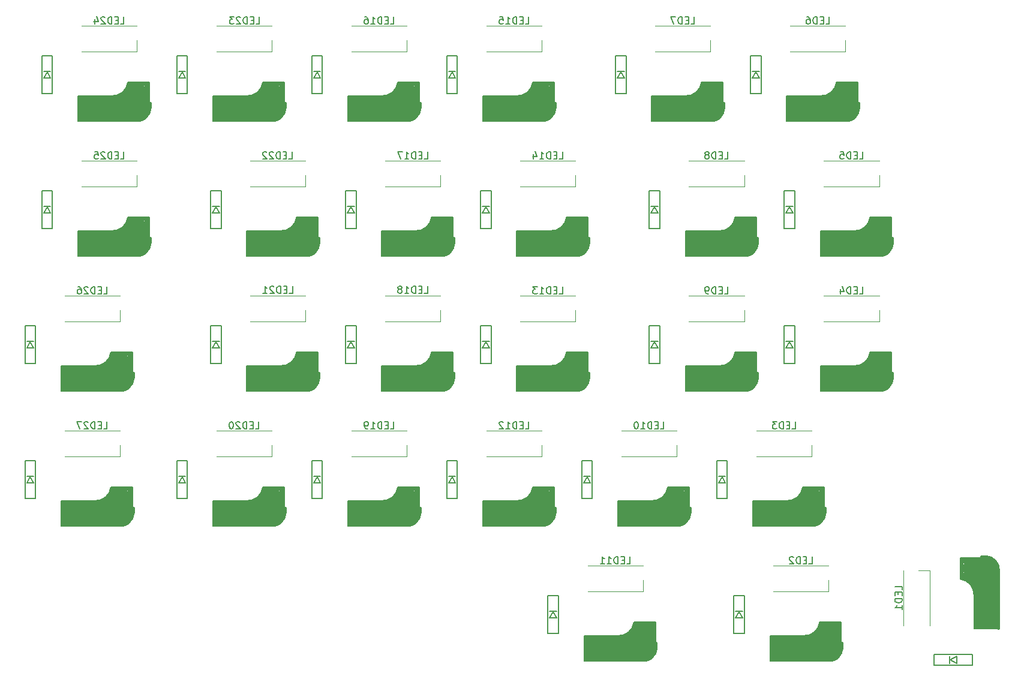
<source format=gbr>
G04 #@! TF.GenerationSoftware,KiCad,Pcbnew,(5.1.9)-1*
G04 #@! TF.CreationDate,2021-01-10T01:59:45+09:00*
G04 #@! TF.ProjectId,yuiop27,7975696f-7032-4372-9e6b-696361645f70,rev?*
G04 #@! TF.SameCoordinates,Original*
G04 #@! TF.FileFunction,Legend,Bot*
G04 #@! TF.FilePolarity,Positive*
%FSLAX46Y46*%
G04 Gerber Fmt 4.6, Leading zero omitted, Abs format (unit mm)*
G04 Created by KiCad (PCBNEW (5.1.9)-1) date 2021-01-10 01:59:45*
%MOMM*%
%LPD*%
G01*
G04 APERTURE LIST*
%ADD10C,0.400000*%
%ADD11C,0.500000*%
%ADD12C,0.150000*%
%ADD13C,3.500000*%
%ADD14C,1.000000*%
%ADD15C,3.000000*%
%ADD16C,0.800000*%
%ADD17C,0.300000*%
%ADD18C,0.120000*%
G04 APERTURE END LIST*
D10*
X160881750Y-133400000D02*
X162131750Y-133400000D01*
D11*
X170581750Y-128300000D02*
X168131750Y-128300000D01*
D12*
X160731750Y-133600000D02*
X168931751Y-133600000D01*
X165531750Y-130000000D02*
X160731750Y-130000000D01*
X170781750Y-128100000D02*
X167751750Y-128100000D01*
X171031750Y-131700000D02*
X171031750Y-130950000D01*
X170781750Y-132550000D02*
X170781750Y-128100000D01*
X171031750Y-130950000D02*
X170831750Y-130950000D01*
X160751750Y-131000000D02*
X160751750Y-133250000D01*
X160731750Y-130000000D02*
X160731750Y-133600000D01*
D13*
X162531750Y-131800000D02*
X169231750Y-131800000D01*
D14*
X161231750Y-133000000D02*
X161231750Y-130500000D01*
D11*
X160931750Y-130250000D02*
X162231750Y-130300000D01*
D15*
X169301750Y-132100000D02*
X169301750Y-129860000D01*
D16*
X170431750Y-128600000D02*
X170431750Y-130399999D01*
D17*
X170931750Y-131050000D02*
X170931750Y-131700000D01*
D14*
X168148068Y-128521471D02*
G75*
G02*
X165931750Y-130400000I-2151318J291471D01*
G01*
D12*
X171031750Y-131699999D02*
G75*
G02*
X168931751Y-133600000I-2000000J99999D01*
G01*
X167748068Y-128121471D02*
G75*
G02*
X165531750Y-130000000I-2151318J291471D01*
G01*
D17*
X180456750Y-92950000D02*
X180456750Y-93600000D01*
D16*
X179956750Y-90500000D02*
X179956750Y-92299999D01*
D15*
X178826750Y-94000000D02*
X178826750Y-91760000D01*
D11*
X170456750Y-92150000D02*
X171756750Y-92200000D01*
D14*
X170756750Y-94900000D02*
X170756750Y-92400000D01*
D13*
X172056750Y-93700000D02*
X178756750Y-93700000D01*
D12*
X170256750Y-91900000D02*
X170256750Y-95500000D01*
X170276750Y-92900000D02*
X170276750Y-95150000D01*
X180556750Y-92850000D02*
X180356750Y-92850000D01*
X180306750Y-94450000D02*
X180306750Y-90000000D01*
X180556750Y-93600000D02*
X180556750Y-92850000D01*
X180306750Y-90000000D02*
X177276750Y-90000000D01*
X175056750Y-91900000D02*
X170256750Y-91900000D01*
X170256750Y-95500000D02*
X178456751Y-95500000D01*
D11*
X180106750Y-90200000D02*
X177656750Y-90200000D01*
D10*
X170406750Y-95300000D02*
X171656750Y-95300000D01*
D12*
X177273068Y-90021471D02*
G75*
G02*
X175056750Y-91900000I-2151318J291471D01*
G01*
X180556750Y-93599999D02*
G75*
G02*
X178456751Y-95500000I-2000000J99999D01*
G01*
D14*
X177673068Y-90421471D02*
G75*
G02*
X175456750Y-92300000I-2151318J291471D01*
G01*
D17*
X118544250Y-112000000D02*
X118544250Y-112650000D01*
D16*
X118044250Y-109550000D02*
X118044250Y-111349999D01*
D15*
X116914250Y-113050000D02*
X116914250Y-110810000D01*
D11*
X108544250Y-111200000D02*
X109844250Y-111250000D01*
D14*
X108844250Y-113950000D02*
X108844250Y-111450000D01*
D13*
X110144250Y-112750000D02*
X116844250Y-112750000D01*
D12*
X108344250Y-110950000D02*
X108344250Y-114550000D01*
X108364250Y-111950000D02*
X108364250Y-114200000D01*
X118644250Y-111900000D02*
X118444250Y-111900000D01*
X118394250Y-113500000D02*
X118394250Y-109050000D01*
X118644250Y-112650000D02*
X118644250Y-111900000D01*
X118394250Y-109050000D02*
X115364250Y-109050000D01*
X113144250Y-110950000D02*
X108344250Y-110950000D01*
X108344250Y-114550000D02*
X116544251Y-114550000D01*
D11*
X118194250Y-109250000D02*
X115744250Y-109250000D01*
D10*
X108494250Y-114350000D02*
X109744250Y-114350000D01*
D12*
X115360568Y-109071471D02*
G75*
G02*
X113144250Y-110950000I-2151318J291471D01*
G01*
X118644250Y-112649999D02*
G75*
G02*
X116544251Y-114550000I-2000000J99999D01*
G01*
D14*
X115760568Y-109471471D02*
G75*
G02*
X113544250Y-111350000I-2151318J291471D01*
G01*
D17*
X156644250Y-92950000D02*
X156644250Y-93600000D01*
D16*
X156144250Y-90500000D02*
X156144250Y-92299999D01*
D15*
X155014250Y-94000000D02*
X155014250Y-91760000D01*
D11*
X146644250Y-92150000D02*
X147944250Y-92200000D01*
D14*
X146944250Y-94900000D02*
X146944250Y-92400000D01*
D13*
X148244250Y-93700000D02*
X154944250Y-93700000D01*
D12*
X146444250Y-91900000D02*
X146444250Y-95500000D01*
X146464250Y-92900000D02*
X146464250Y-95150000D01*
X156744250Y-92850000D02*
X156544250Y-92850000D01*
X156494250Y-94450000D02*
X156494250Y-90000000D01*
X156744250Y-93600000D02*
X156744250Y-92850000D01*
X156494250Y-90000000D02*
X153464250Y-90000000D01*
X151244250Y-91900000D02*
X146444250Y-91900000D01*
X146444250Y-95500000D02*
X154644251Y-95500000D01*
D11*
X156294250Y-90200000D02*
X153844250Y-90200000D01*
D10*
X146594250Y-95300000D02*
X147844250Y-95300000D01*
D12*
X153460568Y-90021471D02*
G75*
G02*
X151244250Y-91900000I-2151318J291471D01*
G01*
X156744250Y-93599999D02*
G75*
G02*
X154644251Y-95500000I-2000000J99999D01*
G01*
D14*
X153860568Y-90421471D02*
G75*
G02*
X151644250Y-92300000I-2151318J291471D01*
G01*
D12*
X79668750Y-69350000D02*
X80668750Y-69350000D01*
X80168750Y-69450000D02*
X79668750Y-70350000D01*
X80668750Y-70350000D02*
X80168750Y-69450000D01*
X79668750Y-70350000D02*
X80668750Y-70350000D01*
X79418750Y-72550000D02*
X80918750Y-72550000D01*
X79418750Y-67150000D02*
X80918750Y-67150000D01*
X79418750Y-72550000D02*
X79418750Y-67150000D01*
X80918750Y-67150000D02*
X80918750Y-72550000D01*
X98718750Y-69350000D02*
X99718750Y-69350000D01*
X99218750Y-69450000D02*
X98718750Y-70350000D01*
X99718750Y-70350000D02*
X99218750Y-69450000D01*
X98718750Y-70350000D02*
X99718750Y-70350000D01*
X98468750Y-72550000D02*
X99968750Y-72550000D01*
X98468750Y-67150000D02*
X99968750Y-67150000D01*
X98468750Y-72550000D02*
X98468750Y-67150000D01*
X99968750Y-67150000D02*
X99968750Y-72550000D01*
X119018750Y-67150000D02*
X119018750Y-72550000D01*
X117518750Y-72550000D02*
X117518750Y-67150000D01*
X117518750Y-67150000D02*
X119018750Y-67150000D01*
X117518750Y-72550000D02*
X119018750Y-72550000D01*
X117768750Y-70350000D02*
X118768750Y-70350000D01*
X118768750Y-70350000D02*
X118268750Y-69450000D01*
X118268750Y-69450000D02*
X117768750Y-70350000D01*
X117768750Y-69350000D02*
X118768750Y-69350000D01*
X136818750Y-69350000D02*
X137818750Y-69350000D01*
X137318750Y-69450000D02*
X136818750Y-70350000D01*
X137818750Y-70350000D02*
X137318750Y-69450000D01*
X136818750Y-70350000D02*
X137818750Y-70350000D01*
X136568750Y-72550000D02*
X138068750Y-72550000D01*
X136568750Y-67150000D02*
X138068750Y-67150000D01*
X136568750Y-72550000D02*
X136568750Y-67150000D01*
X138068750Y-67150000D02*
X138068750Y-72550000D01*
X160631250Y-69350000D02*
X161631250Y-69350000D01*
X161131250Y-69450000D02*
X160631250Y-70350000D01*
X161631250Y-70350000D02*
X161131250Y-69450000D01*
X160631250Y-70350000D02*
X161631250Y-70350000D01*
X160381250Y-72550000D02*
X161881250Y-72550000D01*
X160381250Y-67150000D02*
X161881250Y-67150000D01*
X160381250Y-72550000D02*
X160381250Y-67150000D01*
X161881250Y-67150000D02*
X161881250Y-72550000D01*
X180931250Y-67150000D02*
X180931250Y-72550000D01*
X179431250Y-72550000D02*
X179431250Y-67150000D01*
X179431250Y-67150000D02*
X180931250Y-67150000D01*
X179431250Y-72550000D02*
X180931250Y-72550000D01*
X179681250Y-70350000D02*
X180681250Y-70350000D01*
X180681250Y-70350000D02*
X180181250Y-69450000D01*
X180181250Y-69450000D02*
X179681250Y-70350000D01*
X179681250Y-69350000D02*
X180681250Y-69350000D01*
X80918750Y-86200000D02*
X80918750Y-91600000D01*
X79418750Y-91600000D02*
X79418750Y-86200000D01*
X79418750Y-86200000D02*
X80918750Y-86200000D01*
X79418750Y-91600000D02*
X80918750Y-91600000D01*
X79668750Y-89400000D02*
X80668750Y-89400000D01*
X80668750Y-89400000D02*
X80168750Y-88500000D01*
X80168750Y-88500000D02*
X79668750Y-89400000D01*
X79668750Y-88400000D02*
X80668750Y-88400000D01*
X104731250Y-86200000D02*
X104731250Y-91600000D01*
X103231250Y-91600000D02*
X103231250Y-86200000D01*
X103231250Y-86200000D02*
X104731250Y-86200000D01*
X103231250Y-91600000D02*
X104731250Y-91600000D01*
X103481250Y-89400000D02*
X104481250Y-89400000D01*
X104481250Y-89400000D02*
X103981250Y-88500000D01*
X103981250Y-88500000D02*
X103481250Y-89400000D01*
X103481250Y-88400000D02*
X104481250Y-88400000D01*
X122531250Y-88400000D02*
X123531250Y-88400000D01*
X123031250Y-88500000D02*
X122531250Y-89400000D01*
X123531250Y-89400000D02*
X123031250Y-88500000D01*
X122531250Y-89400000D02*
X123531250Y-89400000D01*
X122281250Y-91600000D02*
X123781250Y-91600000D01*
X122281250Y-86200000D02*
X123781250Y-86200000D01*
X122281250Y-91600000D02*
X122281250Y-86200000D01*
X123781250Y-86200000D02*
X123781250Y-91600000D01*
X142831250Y-86200000D02*
X142831250Y-91600000D01*
X141331250Y-91600000D02*
X141331250Y-86200000D01*
X141331250Y-86200000D02*
X142831250Y-86200000D01*
X141331250Y-91600000D02*
X142831250Y-91600000D01*
X141581250Y-89400000D02*
X142581250Y-89400000D01*
X142581250Y-89400000D02*
X142081250Y-88500000D01*
X142081250Y-88500000D02*
X141581250Y-89400000D01*
X141581250Y-88400000D02*
X142581250Y-88400000D01*
X166643750Y-86200000D02*
X166643750Y-91600000D01*
X165143750Y-91600000D02*
X165143750Y-86200000D01*
X165143750Y-86200000D02*
X166643750Y-86200000D01*
X165143750Y-91600000D02*
X166643750Y-91600000D01*
X165393750Y-89400000D02*
X166393750Y-89400000D01*
X166393750Y-89400000D02*
X165893750Y-88500000D01*
X165893750Y-88500000D02*
X165393750Y-89400000D01*
X165393750Y-88400000D02*
X166393750Y-88400000D01*
X184443750Y-88400000D02*
X185443750Y-88400000D01*
X184943750Y-88500000D02*
X184443750Y-89400000D01*
X185443750Y-89400000D02*
X184943750Y-88500000D01*
X184443750Y-89400000D02*
X185443750Y-89400000D01*
X184193750Y-91600000D02*
X185693750Y-91600000D01*
X184193750Y-86200000D02*
X185693750Y-86200000D01*
X184193750Y-91600000D02*
X184193750Y-86200000D01*
X185693750Y-86200000D02*
X185693750Y-91600000D01*
X77287500Y-107450000D02*
X78287500Y-107450000D01*
X77787500Y-107550000D02*
X77287500Y-108450000D01*
X78287500Y-108450000D02*
X77787500Y-107550000D01*
X77287500Y-108450000D02*
X78287500Y-108450000D01*
X77037500Y-110650000D02*
X78537500Y-110650000D01*
X77037500Y-105250000D02*
X78537500Y-105250000D01*
X77037500Y-110650000D02*
X77037500Y-105250000D01*
X78537500Y-105250000D02*
X78537500Y-110650000D01*
X104731250Y-105250000D02*
X104731250Y-110650000D01*
X103231250Y-110650000D02*
X103231250Y-105250000D01*
X103231250Y-105250000D02*
X104731250Y-105250000D01*
X103231250Y-110650000D02*
X104731250Y-110650000D01*
X103481250Y-108450000D02*
X104481250Y-108450000D01*
X104481250Y-108450000D02*
X103981250Y-107550000D01*
X103981250Y-107550000D02*
X103481250Y-108450000D01*
X103481250Y-107450000D02*
X104481250Y-107450000D01*
X123781250Y-105250000D02*
X123781250Y-110650000D01*
X122281250Y-110650000D02*
X122281250Y-105250000D01*
X122281250Y-105250000D02*
X123781250Y-105250000D01*
X122281250Y-110650000D02*
X123781250Y-110650000D01*
X122531250Y-108450000D02*
X123531250Y-108450000D01*
X123531250Y-108450000D02*
X123031250Y-107550000D01*
X123031250Y-107550000D02*
X122531250Y-108450000D01*
X122531250Y-107450000D02*
X123531250Y-107450000D01*
X141581250Y-107450000D02*
X142581250Y-107450000D01*
X142081250Y-107550000D02*
X141581250Y-108450000D01*
X142581250Y-108450000D02*
X142081250Y-107550000D01*
X141581250Y-108450000D02*
X142581250Y-108450000D01*
X141331250Y-110650000D02*
X142831250Y-110650000D01*
X141331250Y-105250000D02*
X142831250Y-105250000D01*
X141331250Y-110650000D02*
X141331250Y-105250000D01*
X142831250Y-105250000D02*
X142831250Y-110650000D01*
X165393750Y-107450000D02*
X166393750Y-107450000D01*
X165893750Y-107550000D02*
X165393750Y-108450000D01*
X166393750Y-108450000D02*
X165893750Y-107550000D01*
X165393750Y-108450000D02*
X166393750Y-108450000D01*
X165143750Y-110650000D02*
X166643750Y-110650000D01*
X165143750Y-105250000D02*
X166643750Y-105250000D01*
X165143750Y-110650000D02*
X165143750Y-105250000D01*
X166643750Y-105250000D02*
X166643750Y-110650000D01*
X184443750Y-107450000D02*
X185443750Y-107450000D01*
X184943750Y-107550000D02*
X184443750Y-108450000D01*
X185443750Y-108450000D02*
X184943750Y-107550000D01*
X184443750Y-108450000D02*
X185443750Y-108450000D01*
X184193750Y-110650000D02*
X185693750Y-110650000D01*
X184193750Y-105250000D02*
X185693750Y-105250000D01*
X184193750Y-110650000D02*
X184193750Y-105250000D01*
X185693750Y-105250000D02*
X185693750Y-110650000D01*
X77287500Y-126500000D02*
X78287500Y-126500000D01*
X77787500Y-126600000D02*
X77287500Y-127500000D01*
X78287500Y-127500000D02*
X77787500Y-126600000D01*
X77287500Y-127500000D02*
X78287500Y-127500000D01*
X77037500Y-129700000D02*
X78537500Y-129700000D01*
X77037500Y-124300000D02*
X78537500Y-124300000D01*
X77037500Y-129700000D02*
X77037500Y-124300000D01*
X78537500Y-124300000D02*
X78537500Y-129700000D01*
X98718750Y-126500000D02*
X99718750Y-126500000D01*
X99218750Y-126600000D02*
X98718750Y-127500000D01*
X99718750Y-127500000D02*
X99218750Y-126600000D01*
X98718750Y-127500000D02*
X99718750Y-127500000D01*
X98468750Y-129700000D02*
X99968750Y-129700000D01*
X98468750Y-124300000D02*
X99968750Y-124300000D01*
X98468750Y-129700000D02*
X98468750Y-124300000D01*
X99968750Y-124300000D02*
X99968750Y-129700000D01*
X117768750Y-126500000D02*
X118768750Y-126500000D01*
X118268750Y-126600000D02*
X117768750Y-127500000D01*
X118768750Y-127500000D02*
X118268750Y-126600000D01*
X117768750Y-127500000D02*
X118768750Y-127500000D01*
X117518750Y-129700000D02*
X119018750Y-129700000D01*
X117518750Y-124300000D02*
X119018750Y-124300000D01*
X117518750Y-129700000D02*
X117518750Y-124300000D01*
X119018750Y-124300000D02*
X119018750Y-129700000D01*
X136818750Y-126500000D02*
X137818750Y-126500000D01*
X137318750Y-126600000D02*
X136818750Y-127500000D01*
X137818750Y-127500000D02*
X137318750Y-126600000D01*
X136818750Y-127500000D02*
X137818750Y-127500000D01*
X136568750Y-129700000D02*
X138068750Y-129700000D01*
X136568750Y-124300000D02*
X138068750Y-124300000D01*
X136568750Y-129700000D02*
X136568750Y-124300000D01*
X138068750Y-124300000D02*
X138068750Y-129700000D01*
X157118750Y-124300000D02*
X157118750Y-129700000D01*
X155618750Y-129700000D02*
X155618750Y-124300000D01*
X155618750Y-124300000D02*
X157118750Y-124300000D01*
X155618750Y-129700000D02*
X157118750Y-129700000D01*
X155868750Y-127500000D02*
X156868750Y-127500000D01*
X156868750Y-127500000D02*
X156368750Y-126600000D01*
X156368750Y-126600000D02*
X155868750Y-127500000D01*
X155868750Y-126500000D02*
X156868750Y-126500000D01*
X176168750Y-124300000D02*
X176168750Y-129700000D01*
X174668750Y-129700000D02*
X174668750Y-124300000D01*
X174668750Y-124300000D02*
X176168750Y-124300000D01*
X174668750Y-129700000D02*
X176168750Y-129700000D01*
X174918750Y-127500000D02*
X175918750Y-127500000D01*
X175918750Y-127500000D02*
X175418750Y-126600000D01*
X175418750Y-126600000D02*
X174918750Y-127500000D01*
X174918750Y-126500000D02*
X175918750Y-126500000D01*
X151106250Y-145550000D02*
X152106250Y-145550000D01*
X151606250Y-145650000D02*
X151106250Y-146550000D01*
X152106250Y-146550000D02*
X151606250Y-145650000D01*
X151106250Y-146550000D02*
X152106250Y-146550000D01*
X150856250Y-148750000D02*
X152356250Y-148750000D01*
X150856250Y-143350000D02*
X152356250Y-143350000D01*
X150856250Y-148750000D02*
X150856250Y-143350000D01*
X152356250Y-143350000D02*
X152356250Y-148750000D01*
X177300000Y-145550000D02*
X178300000Y-145550000D01*
X177800000Y-145650000D02*
X177300000Y-146550000D01*
X178300000Y-146550000D02*
X177800000Y-145650000D01*
X177300000Y-146550000D02*
X178300000Y-146550000D01*
X177050000Y-148750000D02*
X178550000Y-148750000D01*
X177050000Y-143350000D02*
X178550000Y-143350000D01*
X177050000Y-148750000D02*
X177050000Y-143350000D01*
X178550000Y-143350000D02*
X178550000Y-148750000D01*
X205326000Y-151713500D02*
X210726000Y-151713500D01*
X210726000Y-153213500D02*
X205326000Y-153213500D01*
X205326000Y-153213500D02*
X205326000Y-151713500D01*
X210726000Y-153213500D02*
X210726000Y-151713500D01*
X208526000Y-152963500D02*
X208526000Y-151963500D01*
X208526000Y-151963500D02*
X207626000Y-152463500D01*
X207626000Y-152463500D02*
X208526000Y-152963500D01*
X207526000Y-152963500D02*
X207526000Y-151963500D01*
D18*
X203164250Y-139800500D02*
X204764250Y-139800500D01*
X201064250Y-147600500D02*
X201064250Y-139800500D01*
X204764250Y-139800500D02*
X204764250Y-147600500D01*
X190463000Y-141220000D02*
X190463000Y-142820000D01*
X182663000Y-139120000D02*
X190463000Y-139120000D01*
X190463000Y-142820000D02*
X182663000Y-142820000D01*
X188081750Y-122170000D02*
X188081750Y-123770000D01*
X180281750Y-120070000D02*
X188081750Y-120070000D01*
X188081750Y-123770000D02*
X180281750Y-123770000D01*
X197606750Y-104720000D02*
X189806750Y-104720000D01*
X189806750Y-101020000D02*
X197606750Y-101020000D01*
X197606750Y-103120000D02*
X197606750Y-104720000D01*
X197606750Y-84070000D02*
X197606750Y-85670000D01*
X189806750Y-81970000D02*
X197606750Y-81970000D01*
X197606750Y-85670000D02*
X189806750Y-85670000D01*
X192844250Y-66620000D02*
X185044250Y-66620000D01*
X185044250Y-62920000D02*
X192844250Y-62920000D01*
X192844250Y-65020000D02*
X192844250Y-66620000D01*
X173794250Y-65020000D02*
X173794250Y-66620000D01*
X165994250Y-62920000D02*
X173794250Y-62920000D01*
X173794250Y-66620000D02*
X165994250Y-66620000D01*
X178556750Y-85670000D02*
X170756750Y-85670000D01*
X170756750Y-81970000D02*
X178556750Y-81970000D01*
X178556750Y-84070000D02*
X178556750Y-85670000D01*
X178556750Y-103120000D02*
X178556750Y-104720000D01*
X170756750Y-101020000D02*
X178556750Y-101020000D01*
X178556750Y-104720000D02*
X170756750Y-104720000D01*
X169031750Y-123770000D02*
X161231750Y-123770000D01*
X161231750Y-120070000D02*
X169031750Y-120070000D01*
X169031750Y-122170000D02*
X169031750Y-123770000D01*
X164269250Y-141220000D02*
X164269250Y-142820000D01*
X156469250Y-139120000D02*
X164269250Y-139120000D01*
X164269250Y-142820000D02*
X156469250Y-142820000D01*
X149981750Y-123770000D02*
X142181750Y-123770000D01*
X142181750Y-120070000D02*
X149981750Y-120070000D01*
X149981750Y-122170000D02*
X149981750Y-123770000D01*
X154744250Y-103120000D02*
X154744250Y-104720000D01*
X146944250Y-101020000D02*
X154744250Y-101020000D01*
X154744250Y-104720000D02*
X146944250Y-104720000D01*
X154744250Y-85670000D02*
X146944250Y-85670000D01*
X146944250Y-81970000D02*
X154744250Y-81970000D01*
X154744250Y-84070000D02*
X154744250Y-85670000D01*
X149981750Y-65020000D02*
X149981750Y-66620000D01*
X142181750Y-62920000D02*
X149981750Y-62920000D01*
X149981750Y-66620000D02*
X142181750Y-66620000D01*
X130931750Y-66620000D02*
X123131750Y-66620000D01*
X123131750Y-62920000D02*
X130931750Y-62920000D01*
X130931750Y-65020000D02*
X130931750Y-66620000D01*
X135694250Y-84070000D02*
X135694250Y-85670000D01*
X127894250Y-81970000D02*
X135694250Y-81970000D01*
X135694250Y-85670000D02*
X127894250Y-85670000D01*
X135694250Y-104720000D02*
X127894250Y-104720000D01*
X127894250Y-101020000D02*
X135694250Y-101020000D01*
X135694250Y-103120000D02*
X135694250Y-104720000D01*
X130931750Y-123770000D02*
X123131750Y-123770000D01*
X123131750Y-120070000D02*
X130931750Y-120070000D01*
X130931750Y-122170000D02*
X130931750Y-123770000D01*
X111881750Y-123770000D02*
X104081750Y-123770000D01*
X104081750Y-120070000D02*
X111881750Y-120070000D01*
X111881750Y-122170000D02*
X111881750Y-123770000D01*
X116644250Y-103120000D02*
X116644250Y-104720000D01*
X108844250Y-101020000D02*
X116644250Y-101020000D01*
X116644250Y-104720000D02*
X108844250Y-104720000D01*
X116644250Y-85670000D02*
X108844250Y-85670000D01*
X108844250Y-81970000D02*
X116644250Y-81970000D01*
X116644250Y-84070000D02*
X116644250Y-85670000D01*
X111881750Y-65020000D02*
X111881750Y-66620000D01*
X104081750Y-62920000D02*
X111881750Y-62920000D01*
X111881750Y-66620000D02*
X104081750Y-66620000D01*
X92831750Y-66620000D02*
X85031750Y-66620000D01*
X85031750Y-62920000D02*
X92831750Y-62920000D01*
X92831750Y-65020000D02*
X92831750Y-66620000D01*
X92831750Y-84070000D02*
X92831750Y-85670000D01*
X85031750Y-81970000D02*
X92831750Y-81970000D01*
X92831750Y-85670000D02*
X85031750Y-85670000D01*
X90450500Y-103120000D02*
X90450500Y-104720000D01*
X82650500Y-101020000D02*
X90450500Y-101020000D01*
X90450500Y-104720000D02*
X82650500Y-104720000D01*
X90450500Y-122170000D02*
X90450500Y-123770000D01*
X82650500Y-120070000D02*
X90450500Y-120070000D01*
X90450500Y-123770000D02*
X82650500Y-123770000D01*
D17*
X94731750Y-73900000D02*
X94731750Y-74550000D01*
D16*
X94231750Y-71450000D02*
X94231750Y-73249999D01*
D15*
X93101750Y-74950000D02*
X93101750Y-72710000D01*
D11*
X84731750Y-73100000D02*
X86031750Y-73150000D01*
D14*
X85031750Y-75850000D02*
X85031750Y-73350000D01*
D13*
X86331750Y-74650000D02*
X93031750Y-74650000D01*
D12*
X84531750Y-72850000D02*
X84531750Y-76450000D01*
X84551750Y-73850000D02*
X84551750Y-76100000D01*
X94831750Y-73800000D02*
X94631750Y-73800000D01*
X94581750Y-75400000D02*
X94581750Y-70950000D01*
X94831750Y-74550000D02*
X94831750Y-73800000D01*
X94581750Y-70950000D02*
X91551750Y-70950000D01*
X89331750Y-72850000D02*
X84531750Y-72850000D01*
X84531750Y-76450000D02*
X92731751Y-76450000D01*
D11*
X94381750Y-71150000D02*
X91931750Y-71150000D01*
D10*
X84681750Y-76250000D02*
X85931750Y-76250000D01*
D12*
X91548068Y-70971471D02*
G75*
G02*
X89331750Y-72850000I-2151318J291471D01*
G01*
X94831750Y-74549999D02*
G75*
G02*
X92731751Y-76450000I-2000000J99999D01*
G01*
D14*
X91948068Y-71371471D02*
G75*
G02*
X89731750Y-73250000I-2151318J291471D01*
G01*
D17*
X113781750Y-73900000D02*
X113781750Y-74550000D01*
D16*
X113281750Y-71450000D02*
X113281750Y-73249999D01*
D15*
X112151750Y-74950000D02*
X112151750Y-72710000D01*
D11*
X103781750Y-73100000D02*
X105081750Y-73150000D01*
D14*
X104081750Y-75850000D02*
X104081750Y-73350000D01*
D13*
X105381750Y-74650000D02*
X112081750Y-74650000D01*
D12*
X103581750Y-72850000D02*
X103581750Y-76450000D01*
X103601750Y-73850000D02*
X103601750Y-76100000D01*
X113881750Y-73800000D02*
X113681750Y-73800000D01*
X113631750Y-75400000D02*
X113631750Y-70950000D01*
X113881750Y-74550000D02*
X113881750Y-73800000D01*
X113631750Y-70950000D02*
X110601750Y-70950000D01*
X108381750Y-72850000D02*
X103581750Y-72850000D01*
X103581750Y-76450000D02*
X111781751Y-76450000D01*
D11*
X113431750Y-71150000D02*
X110981750Y-71150000D01*
D10*
X103731750Y-76250000D02*
X104981750Y-76250000D01*
D12*
X110598068Y-70971471D02*
G75*
G02*
X108381750Y-72850000I-2151318J291471D01*
G01*
X113881750Y-74549999D02*
G75*
G02*
X111781751Y-76450000I-2000000J99999D01*
G01*
D14*
X110998068Y-71371471D02*
G75*
G02*
X108781750Y-73250000I-2151318J291471D01*
G01*
D10*
X122781750Y-76250000D02*
X124031750Y-76250000D01*
D11*
X132481750Y-71150000D02*
X130031750Y-71150000D01*
D12*
X122631750Y-76450000D02*
X130831751Y-76450000D01*
X127431750Y-72850000D02*
X122631750Y-72850000D01*
X132681750Y-70950000D02*
X129651750Y-70950000D01*
X132931750Y-74550000D02*
X132931750Y-73800000D01*
X132681750Y-75400000D02*
X132681750Y-70950000D01*
X132931750Y-73800000D02*
X132731750Y-73800000D01*
X122651750Y-73850000D02*
X122651750Y-76100000D01*
X122631750Y-72850000D02*
X122631750Y-76450000D01*
D13*
X124431750Y-74650000D02*
X131131750Y-74650000D01*
D14*
X123131750Y-75850000D02*
X123131750Y-73350000D01*
D11*
X122831750Y-73100000D02*
X124131750Y-73150000D01*
D15*
X131201750Y-74950000D02*
X131201750Y-72710000D01*
D16*
X132331750Y-71450000D02*
X132331750Y-73249999D01*
D17*
X132831750Y-73900000D02*
X132831750Y-74550000D01*
D14*
X130048068Y-71371471D02*
G75*
G02*
X127831750Y-73250000I-2151318J291471D01*
G01*
D12*
X132931750Y-74549999D02*
G75*
G02*
X130831751Y-76450000I-2000000J99999D01*
G01*
X129648068Y-70971471D02*
G75*
G02*
X127431750Y-72850000I-2151318J291471D01*
G01*
D10*
X141831750Y-76250000D02*
X143081750Y-76250000D01*
D11*
X151531750Y-71150000D02*
X149081750Y-71150000D01*
D12*
X141681750Y-76450000D02*
X149881751Y-76450000D01*
X146481750Y-72850000D02*
X141681750Y-72850000D01*
X151731750Y-70950000D02*
X148701750Y-70950000D01*
X151981750Y-74550000D02*
X151981750Y-73800000D01*
X151731750Y-75400000D02*
X151731750Y-70950000D01*
X151981750Y-73800000D02*
X151781750Y-73800000D01*
X141701750Y-73850000D02*
X141701750Y-76100000D01*
X141681750Y-72850000D02*
X141681750Y-76450000D01*
D13*
X143481750Y-74650000D02*
X150181750Y-74650000D01*
D14*
X142181750Y-75850000D02*
X142181750Y-73350000D01*
D11*
X141881750Y-73100000D02*
X143181750Y-73150000D01*
D15*
X150251750Y-74950000D02*
X150251750Y-72710000D01*
D16*
X151381750Y-71450000D02*
X151381750Y-73249999D01*
D17*
X151881750Y-73900000D02*
X151881750Y-74550000D01*
D14*
X149098068Y-71371471D02*
G75*
G02*
X146881750Y-73250000I-2151318J291471D01*
G01*
D12*
X151981750Y-74549999D02*
G75*
G02*
X149881751Y-76450000I-2000000J99999D01*
G01*
X148698068Y-70971471D02*
G75*
G02*
X146481750Y-72850000I-2151318J291471D01*
G01*
D10*
X165644250Y-76250000D02*
X166894250Y-76250000D01*
D11*
X175344250Y-71150000D02*
X172894250Y-71150000D01*
D12*
X165494250Y-76450000D02*
X173694251Y-76450000D01*
X170294250Y-72850000D02*
X165494250Y-72850000D01*
X175544250Y-70950000D02*
X172514250Y-70950000D01*
X175794250Y-74550000D02*
X175794250Y-73800000D01*
X175544250Y-75400000D02*
X175544250Y-70950000D01*
X175794250Y-73800000D02*
X175594250Y-73800000D01*
X165514250Y-73850000D02*
X165514250Y-76100000D01*
X165494250Y-72850000D02*
X165494250Y-76450000D01*
D13*
X167294250Y-74650000D02*
X173994250Y-74650000D01*
D14*
X165994250Y-75850000D02*
X165994250Y-73350000D01*
D11*
X165694250Y-73100000D02*
X166994250Y-73150000D01*
D15*
X174064250Y-74950000D02*
X174064250Y-72710000D01*
D16*
X175194250Y-71450000D02*
X175194250Y-73249999D01*
D17*
X175694250Y-73900000D02*
X175694250Y-74550000D01*
D14*
X172910568Y-71371471D02*
G75*
G02*
X170694250Y-73250000I-2151318J291471D01*
G01*
D12*
X175794250Y-74549999D02*
G75*
G02*
X173694251Y-76450000I-2000000J99999D01*
G01*
X172510568Y-70971471D02*
G75*
G02*
X170294250Y-72850000I-2151318J291471D01*
G01*
D10*
X184694250Y-76250000D02*
X185944250Y-76250000D01*
D11*
X194394250Y-71150000D02*
X191944250Y-71150000D01*
D12*
X184544250Y-76450000D02*
X192744251Y-76450000D01*
X189344250Y-72850000D02*
X184544250Y-72850000D01*
X194594250Y-70950000D02*
X191564250Y-70950000D01*
X194844250Y-74550000D02*
X194844250Y-73800000D01*
X194594250Y-75400000D02*
X194594250Y-70950000D01*
X194844250Y-73800000D02*
X194644250Y-73800000D01*
X184564250Y-73850000D02*
X184564250Y-76100000D01*
X184544250Y-72850000D02*
X184544250Y-76450000D01*
D13*
X186344250Y-74650000D02*
X193044250Y-74650000D01*
D14*
X185044250Y-75850000D02*
X185044250Y-73350000D01*
D11*
X184744250Y-73100000D02*
X186044250Y-73150000D01*
D15*
X193114250Y-74950000D02*
X193114250Y-72710000D01*
D16*
X194244250Y-71450000D02*
X194244250Y-73249999D01*
D17*
X194744250Y-73900000D02*
X194744250Y-74550000D01*
D14*
X191960568Y-71371471D02*
G75*
G02*
X189744250Y-73250000I-2151318J291471D01*
G01*
D12*
X194844250Y-74549999D02*
G75*
G02*
X192744251Y-76450000I-2000000J99999D01*
G01*
X191560568Y-70971471D02*
G75*
G02*
X189344250Y-72850000I-2151318J291471D01*
G01*
D10*
X84681750Y-95300000D02*
X85931750Y-95300000D01*
D11*
X94381750Y-90200000D02*
X91931750Y-90200000D01*
D12*
X84531750Y-95500000D02*
X92731751Y-95500000D01*
X89331750Y-91900000D02*
X84531750Y-91900000D01*
X94581750Y-90000000D02*
X91551750Y-90000000D01*
X94831750Y-93600000D02*
X94831750Y-92850000D01*
X94581750Y-94450000D02*
X94581750Y-90000000D01*
X94831750Y-92850000D02*
X94631750Y-92850000D01*
X84551750Y-92900000D02*
X84551750Y-95150000D01*
X84531750Y-91900000D02*
X84531750Y-95500000D01*
D13*
X86331750Y-93700000D02*
X93031750Y-93700000D01*
D14*
X85031750Y-94900000D02*
X85031750Y-92400000D01*
D11*
X84731750Y-92150000D02*
X86031750Y-92200000D01*
D15*
X93101750Y-94000000D02*
X93101750Y-91760000D01*
D16*
X94231750Y-90500000D02*
X94231750Y-92299999D01*
D17*
X94731750Y-92950000D02*
X94731750Y-93600000D01*
D14*
X91948068Y-90421471D02*
G75*
G02*
X89731750Y-92300000I-2151318J291471D01*
G01*
D12*
X94831750Y-93599999D02*
G75*
G02*
X92731751Y-95500000I-2000000J99999D01*
G01*
X91548068Y-90021471D02*
G75*
G02*
X89331750Y-91900000I-2151318J291471D01*
G01*
D10*
X108494250Y-95300000D02*
X109744250Y-95300000D01*
D11*
X118194250Y-90200000D02*
X115744250Y-90200000D01*
D12*
X108344250Y-95500000D02*
X116544251Y-95500000D01*
X113144250Y-91900000D02*
X108344250Y-91900000D01*
X118394250Y-90000000D02*
X115364250Y-90000000D01*
X118644250Y-93600000D02*
X118644250Y-92850000D01*
X118394250Y-94450000D02*
X118394250Y-90000000D01*
X118644250Y-92850000D02*
X118444250Y-92850000D01*
X108364250Y-92900000D02*
X108364250Y-95150000D01*
X108344250Y-91900000D02*
X108344250Y-95500000D01*
D13*
X110144250Y-93700000D02*
X116844250Y-93700000D01*
D14*
X108844250Y-94900000D02*
X108844250Y-92400000D01*
D11*
X108544250Y-92150000D02*
X109844250Y-92200000D01*
D15*
X116914250Y-94000000D02*
X116914250Y-91760000D01*
D16*
X118044250Y-90500000D02*
X118044250Y-92299999D01*
D17*
X118544250Y-92950000D02*
X118544250Y-93600000D01*
D14*
X115760568Y-90421471D02*
G75*
G02*
X113544250Y-92300000I-2151318J291471D01*
G01*
D12*
X118644250Y-93599999D02*
G75*
G02*
X116544251Y-95500000I-2000000J99999D01*
G01*
X115360568Y-90021471D02*
G75*
G02*
X113144250Y-91900000I-2151318J291471D01*
G01*
D17*
X137594250Y-92950000D02*
X137594250Y-93600000D01*
D16*
X137094250Y-90500000D02*
X137094250Y-92299999D01*
D15*
X135964250Y-94000000D02*
X135964250Y-91760000D01*
D11*
X127594250Y-92150000D02*
X128894250Y-92200000D01*
D14*
X127894250Y-94900000D02*
X127894250Y-92400000D01*
D13*
X129194250Y-93700000D02*
X135894250Y-93700000D01*
D12*
X127394250Y-91900000D02*
X127394250Y-95500000D01*
X127414250Y-92900000D02*
X127414250Y-95150000D01*
X137694250Y-92850000D02*
X137494250Y-92850000D01*
X137444250Y-94450000D02*
X137444250Y-90000000D01*
X137694250Y-93600000D02*
X137694250Y-92850000D01*
X137444250Y-90000000D02*
X134414250Y-90000000D01*
X132194250Y-91900000D02*
X127394250Y-91900000D01*
X127394250Y-95500000D02*
X135594251Y-95500000D01*
D11*
X137244250Y-90200000D02*
X134794250Y-90200000D01*
D10*
X127544250Y-95300000D02*
X128794250Y-95300000D01*
D12*
X134410568Y-90021471D02*
G75*
G02*
X132194250Y-91900000I-2151318J291471D01*
G01*
X137694250Y-93599999D02*
G75*
G02*
X135594251Y-95500000I-2000000J99999D01*
G01*
D14*
X134810568Y-90421471D02*
G75*
G02*
X132594250Y-92300000I-2151318J291471D01*
G01*
D10*
X189456750Y-95300000D02*
X190706750Y-95300000D01*
D11*
X199156750Y-90200000D02*
X196706750Y-90200000D01*
D12*
X189306750Y-95500000D02*
X197506751Y-95500000D01*
X194106750Y-91900000D02*
X189306750Y-91900000D01*
X199356750Y-90000000D02*
X196326750Y-90000000D01*
X199606750Y-93600000D02*
X199606750Y-92850000D01*
X199356750Y-94450000D02*
X199356750Y-90000000D01*
X199606750Y-92850000D02*
X199406750Y-92850000D01*
X189326750Y-92900000D02*
X189326750Y-95150000D01*
X189306750Y-91900000D02*
X189306750Y-95500000D01*
D13*
X191106750Y-93700000D02*
X197806750Y-93700000D01*
D14*
X189806750Y-94900000D02*
X189806750Y-92400000D01*
D11*
X189506750Y-92150000D02*
X190806750Y-92200000D01*
D15*
X197876750Y-94000000D02*
X197876750Y-91760000D01*
D16*
X199006750Y-90500000D02*
X199006750Y-92299999D01*
D17*
X199506750Y-92950000D02*
X199506750Y-93600000D01*
D14*
X196723068Y-90421471D02*
G75*
G02*
X194506750Y-92300000I-2151318J291471D01*
G01*
D12*
X199606750Y-93599999D02*
G75*
G02*
X197506751Y-95500000I-2000000J99999D01*
G01*
X196323068Y-90021471D02*
G75*
G02*
X194106750Y-91900000I-2151318J291471D01*
G01*
D10*
X82300500Y-114350000D02*
X83550500Y-114350000D01*
D11*
X92000500Y-109250000D02*
X89550500Y-109250000D01*
D12*
X82150500Y-114550000D02*
X90350501Y-114550000D01*
X86950500Y-110950000D02*
X82150500Y-110950000D01*
X92200500Y-109050000D02*
X89170500Y-109050000D01*
X92450500Y-112650000D02*
X92450500Y-111900000D01*
X92200500Y-113500000D02*
X92200500Y-109050000D01*
X92450500Y-111900000D02*
X92250500Y-111900000D01*
X82170500Y-111950000D02*
X82170500Y-114200000D01*
X82150500Y-110950000D02*
X82150500Y-114550000D01*
D13*
X83950500Y-112750000D02*
X90650500Y-112750000D01*
D14*
X82650500Y-113950000D02*
X82650500Y-111450000D01*
D11*
X82350500Y-111200000D02*
X83650500Y-111250000D01*
D15*
X90720500Y-113050000D02*
X90720500Y-110810000D01*
D16*
X91850500Y-109550000D02*
X91850500Y-111349999D01*
D17*
X92350500Y-112000000D02*
X92350500Y-112650000D01*
D14*
X89566818Y-109471471D02*
G75*
G02*
X87350500Y-111350000I-2151318J291471D01*
G01*
D12*
X92450500Y-112649999D02*
G75*
G02*
X90350501Y-114550000I-2000000J99999D01*
G01*
X89166818Y-109071471D02*
G75*
G02*
X86950500Y-110950000I-2151318J291471D01*
G01*
D17*
X137594250Y-112000000D02*
X137594250Y-112650000D01*
D16*
X137094250Y-109550000D02*
X137094250Y-111349999D01*
D15*
X135964250Y-113050000D02*
X135964250Y-110810000D01*
D11*
X127594250Y-111200000D02*
X128894250Y-111250000D01*
D14*
X127894250Y-113950000D02*
X127894250Y-111450000D01*
D13*
X129194250Y-112750000D02*
X135894250Y-112750000D01*
D12*
X127394250Y-110950000D02*
X127394250Y-114550000D01*
X127414250Y-111950000D02*
X127414250Y-114200000D01*
X137694250Y-111900000D02*
X137494250Y-111900000D01*
X137444250Y-113500000D02*
X137444250Y-109050000D01*
X137694250Y-112650000D02*
X137694250Y-111900000D01*
X137444250Y-109050000D02*
X134414250Y-109050000D01*
X132194250Y-110950000D02*
X127394250Y-110950000D01*
X127394250Y-114550000D02*
X135594251Y-114550000D01*
D11*
X137244250Y-109250000D02*
X134794250Y-109250000D01*
D10*
X127544250Y-114350000D02*
X128794250Y-114350000D01*
D12*
X134410568Y-109071471D02*
G75*
G02*
X132194250Y-110950000I-2151318J291471D01*
G01*
X137694250Y-112649999D02*
G75*
G02*
X135594251Y-114550000I-2000000J99999D01*
G01*
D14*
X134810568Y-109471471D02*
G75*
G02*
X132594250Y-111350000I-2151318J291471D01*
G01*
D17*
X156644250Y-112000000D02*
X156644250Y-112650000D01*
D16*
X156144250Y-109550000D02*
X156144250Y-111349999D01*
D15*
X155014250Y-113050000D02*
X155014250Y-110810000D01*
D11*
X146644250Y-111200000D02*
X147944250Y-111250000D01*
D14*
X146944250Y-113950000D02*
X146944250Y-111450000D01*
D13*
X148244250Y-112750000D02*
X154944250Y-112750000D01*
D12*
X146444250Y-110950000D02*
X146444250Y-114550000D01*
X146464250Y-111950000D02*
X146464250Y-114200000D01*
X156744250Y-111900000D02*
X156544250Y-111900000D01*
X156494250Y-113500000D02*
X156494250Y-109050000D01*
X156744250Y-112650000D02*
X156744250Y-111900000D01*
X156494250Y-109050000D02*
X153464250Y-109050000D01*
X151244250Y-110950000D02*
X146444250Y-110950000D01*
X146444250Y-114550000D02*
X154644251Y-114550000D01*
D11*
X156294250Y-109250000D02*
X153844250Y-109250000D01*
D10*
X146594250Y-114350000D02*
X147844250Y-114350000D01*
D12*
X153460568Y-109071471D02*
G75*
G02*
X151244250Y-110950000I-2151318J291471D01*
G01*
X156744250Y-112649999D02*
G75*
G02*
X154644251Y-114550000I-2000000J99999D01*
G01*
D14*
X153860568Y-109471471D02*
G75*
G02*
X151644250Y-111350000I-2151318J291471D01*
G01*
D17*
X180456750Y-112000000D02*
X180456750Y-112650000D01*
D16*
X179956750Y-109550000D02*
X179956750Y-111349999D01*
D15*
X178826750Y-113050000D02*
X178826750Y-110810000D01*
D11*
X170456750Y-111200000D02*
X171756750Y-111250000D01*
D14*
X170756750Y-113950000D02*
X170756750Y-111450000D01*
D13*
X172056750Y-112750000D02*
X178756750Y-112750000D01*
D12*
X170256750Y-110950000D02*
X170256750Y-114550000D01*
X170276750Y-111950000D02*
X170276750Y-114200000D01*
X180556750Y-111900000D02*
X180356750Y-111900000D01*
X180306750Y-113500000D02*
X180306750Y-109050000D01*
X180556750Y-112650000D02*
X180556750Y-111900000D01*
X180306750Y-109050000D02*
X177276750Y-109050000D01*
X175056750Y-110950000D02*
X170256750Y-110950000D01*
X170256750Y-114550000D02*
X178456751Y-114550000D01*
D11*
X180106750Y-109250000D02*
X177656750Y-109250000D01*
D10*
X170406750Y-114350000D02*
X171656750Y-114350000D01*
D12*
X177273068Y-109071471D02*
G75*
G02*
X175056750Y-110950000I-2151318J291471D01*
G01*
X180556750Y-112649999D02*
G75*
G02*
X178456751Y-114550000I-2000000J99999D01*
G01*
D14*
X177673068Y-109471471D02*
G75*
G02*
X175456750Y-111350000I-2151318J291471D01*
G01*
D17*
X199506750Y-112000000D02*
X199506750Y-112650000D01*
D16*
X199006750Y-109550000D02*
X199006750Y-111349999D01*
D15*
X197876750Y-113050000D02*
X197876750Y-110810000D01*
D11*
X189506750Y-111200000D02*
X190806750Y-111250000D01*
D14*
X189806750Y-113950000D02*
X189806750Y-111450000D01*
D13*
X191106750Y-112750000D02*
X197806750Y-112750000D01*
D12*
X189306750Y-110950000D02*
X189306750Y-114550000D01*
X189326750Y-111950000D02*
X189326750Y-114200000D01*
X199606750Y-111900000D02*
X199406750Y-111900000D01*
X199356750Y-113500000D02*
X199356750Y-109050000D01*
X199606750Y-112650000D02*
X199606750Y-111900000D01*
X199356750Y-109050000D02*
X196326750Y-109050000D01*
X194106750Y-110950000D02*
X189306750Y-110950000D01*
X189306750Y-114550000D02*
X197506751Y-114550000D01*
D11*
X199156750Y-109250000D02*
X196706750Y-109250000D01*
D10*
X189456750Y-114350000D02*
X190706750Y-114350000D01*
D12*
X196323068Y-109071471D02*
G75*
G02*
X194106750Y-110950000I-2151318J291471D01*
G01*
X199606750Y-112649999D02*
G75*
G02*
X197506751Y-114550000I-2000000J99999D01*
G01*
D14*
X196723068Y-109471471D02*
G75*
G02*
X194506750Y-111350000I-2151318J291471D01*
G01*
D10*
X82300500Y-133400000D02*
X83550500Y-133400000D01*
D11*
X92000500Y-128300000D02*
X89550500Y-128300000D01*
D12*
X82150500Y-133600000D02*
X90350501Y-133600000D01*
X86950500Y-130000000D02*
X82150500Y-130000000D01*
X92200500Y-128100000D02*
X89170500Y-128100000D01*
X92450500Y-131700000D02*
X92450500Y-130950000D01*
X92200500Y-132550000D02*
X92200500Y-128100000D01*
X92450500Y-130950000D02*
X92250500Y-130950000D01*
X82170500Y-131000000D02*
X82170500Y-133250000D01*
X82150500Y-130000000D02*
X82150500Y-133600000D01*
D13*
X83950500Y-131800000D02*
X90650500Y-131800000D01*
D14*
X82650500Y-133000000D02*
X82650500Y-130500000D01*
D11*
X82350500Y-130250000D02*
X83650500Y-130300000D01*
D15*
X90720500Y-132100000D02*
X90720500Y-129860000D01*
D16*
X91850500Y-128600000D02*
X91850500Y-130399999D01*
D17*
X92350500Y-131050000D02*
X92350500Y-131700000D01*
D14*
X89566818Y-128521471D02*
G75*
G02*
X87350500Y-130400000I-2151318J291471D01*
G01*
D12*
X92450500Y-131699999D02*
G75*
G02*
X90350501Y-133600000I-2000000J99999D01*
G01*
X89166818Y-128121471D02*
G75*
G02*
X86950500Y-130000000I-2151318J291471D01*
G01*
D17*
X113781750Y-131050000D02*
X113781750Y-131700000D01*
D16*
X113281750Y-128600000D02*
X113281750Y-130399999D01*
D15*
X112151750Y-132100000D02*
X112151750Y-129860000D01*
D11*
X103781750Y-130250000D02*
X105081750Y-130300000D01*
D14*
X104081750Y-133000000D02*
X104081750Y-130500000D01*
D13*
X105381750Y-131800000D02*
X112081750Y-131800000D01*
D12*
X103581750Y-130000000D02*
X103581750Y-133600000D01*
X103601750Y-131000000D02*
X103601750Y-133250000D01*
X113881750Y-130950000D02*
X113681750Y-130950000D01*
X113631750Y-132550000D02*
X113631750Y-128100000D01*
X113881750Y-131700000D02*
X113881750Y-130950000D01*
X113631750Y-128100000D02*
X110601750Y-128100000D01*
X108381750Y-130000000D02*
X103581750Y-130000000D01*
X103581750Y-133600000D02*
X111781751Y-133600000D01*
D11*
X113431750Y-128300000D02*
X110981750Y-128300000D01*
D10*
X103731750Y-133400000D02*
X104981750Y-133400000D01*
D12*
X110598068Y-128121471D02*
G75*
G02*
X108381750Y-130000000I-2151318J291471D01*
G01*
X113881750Y-131699999D02*
G75*
G02*
X111781751Y-133600000I-2000000J99999D01*
G01*
D14*
X110998068Y-128521471D02*
G75*
G02*
X108781750Y-130400000I-2151318J291471D01*
G01*
D10*
X122781750Y-133400000D02*
X124031750Y-133400000D01*
D11*
X132481750Y-128300000D02*
X130031750Y-128300000D01*
D12*
X122631750Y-133600000D02*
X130831751Y-133600000D01*
X127431750Y-130000000D02*
X122631750Y-130000000D01*
X132681750Y-128100000D02*
X129651750Y-128100000D01*
X132931750Y-131700000D02*
X132931750Y-130950000D01*
X132681750Y-132550000D02*
X132681750Y-128100000D01*
X132931750Y-130950000D02*
X132731750Y-130950000D01*
X122651750Y-131000000D02*
X122651750Y-133250000D01*
X122631750Y-130000000D02*
X122631750Y-133600000D01*
D13*
X124431750Y-131800000D02*
X131131750Y-131800000D01*
D14*
X123131750Y-133000000D02*
X123131750Y-130500000D01*
D11*
X122831750Y-130250000D02*
X124131750Y-130300000D01*
D15*
X131201750Y-132100000D02*
X131201750Y-129860000D01*
D16*
X132331750Y-128600000D02*
X132331750Y-130399999D01*
D17*
X132831750Y-131050000D02*
X132831750Y-131700000D01*
D14*
X130048068Y-128521471D02*
G75*
G02*
X127831750Y-130400000I-2151318J291471D01*
G01*
D12*
X132931750Y-131699999D02*
G75*
G02*
X130831751Y-133600000I-2000000J99999D01*
G01*
X129648068Y-128121471D02*
G75*
G02*
X127431750Y-130000000I-2151318J291471D01*
G01*
D10*
X141831750Y-133400000D02*
X143081750Y-133400000D01*
D11*
X151531750Y-128300000D02*
X149081750Y-128300000D01*
D12*
X141681750Y-133600000D02*
X149881751Y-133600000D01*
X146481750Y-130000000D02*
X141681750Y-130000000D01*
X151731750Y-128100000D02*
X148701750Y-128100000D01*
X151981750Y-131700000D02*
X151981750Y-130950000D01*
X151731750Y-132550000D02*
X151731750Y-128100000D01*
X151981750Y-130950000D02*
X151781750Y-130950000D01*
X141701750Y-131000000D02*
X141701750Y-133250000D01*
X141681750Y-130000000D02*
X141681750Y-133600000D01*
D13*
X143481750Y-131800000D02*
X150181750Y-131800000D01*
D14*
X142181750Y-133000000D02*
X142181750Y-130500000D01*
D11*
X141881750Y-130250000D02*
X143181750Y-130300000D01*
D15*
X150251750Y-132100000D02*
X150251750Y-129860000D01*
D16*
X151381750Y-128600000D02*
X151381750Y-130399999D01*
D17*
X151881750Y-131050000D02*
X151881750Y-131700000D01*
D14*
X149098068Y-128521471D02*
G75*
G02*
X146881750Y-130400000I-2151318J291471D01*
G01*
D12*
X151981750Y-131699999D02*
G75*
G02*
X149881751Y-133600000I-2000000J99999D01*
G01*
X148698068Y-128121471D02*
G75*
G02*
X146481750Y-130000000I-2151318J291471D01*
G01*
D10*
X179931750Y-133400000D02*
X181181750Y-133400000D01*
D11*
X189631750Y-128300000D02*
X187181750Y-128300000D01*
D12*
X179781750Y-133600000D02*
X187981751Y-133600000D01*
X184581750Y-130000000D02*
X179781750Y-130000000D01*
X189831750Y-128100000D02*
X186801750Y-128100000D01*
X190081750Y-131700000D02*
X190081750Y-130950000D01*
X189831750Y-132550000D02*
X189831750Y-128100000D01*
X190081750Y-130950000D02*
X189881750Y-130950000D01*
X179801750Y-131000000D02*
X179801750Y-133250000D01*
X179781750Y-130000000D02*
X179781750Y-133600000D01*
D13*
X181581750Y-131800000D02*
X188281750Y-131800000D01*
D14*
X180281750Y-133000000D02*
X180281750Y-130500000D01*
D11*
X179981750Y-130250000D02*
X181281750Y-130300000D01*
D15*
X188351750Y-132100000D02*
X188351750Y-129860000D01*
D16*
X189481750Y-128600000D02*
X189481750Y-130399999D01*
D17*
X189981750Y-131050000D02*
X189981750Y-131700000D01*
D14*
X187198068Y-128521471D02*
G75*
G02*
X184981750Y-130400000I-2151318J291471D01*
G01*
D12*
X190081750Y-131699999D02*
G75*
G02*
X187981751Y-133600000I-2000000J99999D01*
G01*
X186798068Y-128121471D02*
G75*
G02*
X184581750Y-130000000I-2151318J291471D01*
G01*
D10*
X156119250Y-152450000D02*
X157369250Y-152450000D01*
D11*
X165819250Y-147350000D02*
X163369250Y-147350000D01*
D12*
X155969250Y-152650000D02*
X164169251Y-152650000D01*
X160769250Y-149050000D02*
X155969250Y-149050000D01*
X166019250Y-147150000D02*
X162989250Y-147150000D01*
X166269250Y-150750000D02*
X166269250Y-150000000D01*
X166019250Y-151600000D02*
X166019250Y-147150000D01*
X166269250Y-150000000D02*
X166069250Y-150000000D01*
X155989250Y-150050000D02*
X155989250Y-152300000D01*
X155969250Y-149050000D02*
X155969250Y-152650000D01*
D13*
X157769250Y-150850000D02*
X164469250Y-150850000D01*
D14*
X156469250Y-152050000D02*
X156469250Y-149550000D01*
D11*
X156169250Y-149300000D02*
X157469250Y-149350000D01*
D15*
X164539250Y-151150000D02*
X164539250Y-148910000D01*
D16*
X165669250Y-147650000D02*
X165669250Y-149449999D01*
D17*
X166169250Y-150100000D02*
X166169250Y-150750000D01*
D14*
X163385568Y-147571471D02*
G75*
G02*
X161169250Y-149450000I-2151318J291471D01*
G01*
D12*
X166269250Y-150749999D02*
G75*
G02*
X164169251Y-152650000I-2000000J99999D01*
G01*
X162985568Y-147171471D02*
G75*
G02*
X160769250Y-149050000I-2151318J291471D01*
G01*
D10*
X182340000Y-152450000D02*
X183590000Y-152450000D01*
D11*
X192040000Y-147350000D02*
X189590000Y-147350000D01*
D12*
X182190000Y-152650000D02*
X190390001Y-152650000D01*
X186990000Y-149050000D02*
X182190000Y-149050000D01*
X192240000Y-147150000D02*
X189210000Y-147150000D01*
X192490000Y-150750000D02*
X192490000Y-150000000D01*
X192240000Y-151600000D02*
X192240000Y-147150000D01*
X192490000Y-150000000D02*
X192290000Y-150000000D01*
X182210000Y-150050000D02*
X182210000Y-152300000D01*
X182190000Y-149050000D02*
X182190000Y-152650000D01*
D13*
X183990000Y-150850000D02*
X190690000Y-150850000D01*
D14*
X182690000Y-152050000D02*
X182690000Y-149550000D01*
D11*
X182390000Y-149300000D02*
X183690000Y-149350000D01*
D15*
X190760000Y-151150000D02*
X190760000Y-148910000D01*
D16*
X191890000Y-147650000D02*
X191890000Y-149449999D01*
D17*
X192390000Y-150100000D02*
X192390000Y-150750000D01*
D14*
X189606318Y-147571471D02*
G75*
G02*
X187390000Y-149450000I-2151318J291471D01*
G01*
D12*
X192490000Y-150749999D02*
G75*
G02*
X190390001Y-152650000I-2000000J99999D01*
G01*
X189206318Y-147171471D02*
G75*
G02*
X186990000Y-149050000I-2151318J291471D01*
G01*
D10*
X214381550Y-147931450D02*
X214381550Y-146681450D01*
D11*
X209281550Y-138231450D02*
X209281550Y-140681450D01*
D12*
X214581550Y-148081450D02*
X214581550Y-139881449D01*
X210981550Y-143281450D02*
X210981550Y-148081450D01*
X209081550Y-138031450D02*
X209081550Y-141061450D01*
X212681550Y-137781450D02*
X211931550Y-137781450D01*
X213531550Y-138031450D02*
X209081550Y-138031450D01*
X211931550Y-137781450D02*
X211931550Y-137981450D01*
X211981550Y-148061450D02*
X214231550Y-148061450D01*
X210981550Y-148081450D02*
X214581550Y-148081450D01*
D13*
X212781550Y-146281450D02*
X212781550Y-139581450D01*
D14*
X213981550Y-147581450D02*
X211481550Y-147581450D01*
D11*
X211231550Y-147881450D02*
X211281550Y-146581450D01*
D15*
X213081550Y-139511450D02*
X210841550Y-139511450D01*
D16*
X209581550Y-138381450D02*
X211381549Y-138381450D01*
D17*
X212031550Y-137881450D02*
X212681550Y-137881450D01*
D14*
X209503021Y-140665132D02*
G75*
G02*
X211381550Y-142881450I-291471J-2151318D01*
G01*
D12*
X212681549Y-137781450D02*
G75*
G02*
X214581550Y-139881449I-99999J-2000000D01*
G01*
X209103021Y-141065132D02*
G75*
G02*
X210981550Y-143281450I-291471J-2151318D01*
G01*
X200826630Y-142581452D02*
X200826630Y-142105261D01*
X199826630Y-142105261D01*
X200302821Y-142914785D02*
X200302821Y-143248119D01*
X200826630Y-143390976D02*
X200826630Y-142914785D01*
X199826630Y-142914785D01*
X199826630Y-143390976D01*
X200826630Y-143819547D02*
X199826630Y-143819547D01*
X199826630Y-144057642D01*
X199874250Y-144200500D01*
X199969488Y-144295738D01*
X200064726Y-144343357D01*
X200255202Y-144390976D01*
X200398059Y-144390976D01*
X200588535Y-144343357D01*
X200683773Y-144295738D01*
X200779011Y-144200500D01*
X200826630Y-144057642D01*
X200826630Y-143819547D01*
X200826630Y-145343357D02*
X200826630Y-144771928D01*
X200826630Y-145057642D02*
X199826630Y-145057642D01*
X199969488Y-144962404D01*
X200064726Y-144867166D01*
X200112345Y-144771928D01*
X187682047Y-138882380D02*
X188158238Y-138882380D01*
X188158238Y-137882380D01*
X187348714Y-138358571D02*
X187015380Y-138358571D01*
X186872523Y-138882380D02*
X187348714Y-138882380D01*
X187348714Y-137882380D01*
X186872523Y-137882380D01*
X186443952Y-138882380D02*
X186443952Y-137882380D01*
X186205857Y-137882380D01*
X186063000Y-137930000D01*
X185967761Y-138025238D01*
X185920142Y-138120476D01*
X185872523Y-138310952D01*
X185872523Y-138453809D01*
X185920142Y-138644285D01*
X185967761Y-138739523D01*
X186063000Y-138834761D01*
X186205857Y-138882380D01*
X186443952Y-138882380D01*
X185491571Y-137977619D02*
X185443952Y-137930000D01*
X185348714Y-137882380D01*
X185110619Y-137882380D01*
X185015380Y-137930000D01*
X184967761Y-137977619D01*
X184920142Y-138072857D01*
X184920142Y-138168095D01*
X184967761Y-138310952D01*
X185539190Y-138882380D01*
X184920142Y-138882380D01*
X185300797Y-119832380D02*
X185776988Y-119832380D01*
X185776988Y-118832380D01*
X184967464Y-119308571D02*
X184634130Y-119308571D01*
X184491273Y-119832380D02*
X184967464Y-119832380D01*
X184967464Y-118832380D01*
X184491273Y-118832380D01*
X184062702Y-119832380D02*
X184062702Y-118832380D01*
X183824607Y-118832380D01*
X183681750Y-118880000D01*
X183586511Y-118975238D01*
X183538892Y-119070476D01*
X183491273Y-119260952D01*
X183491273Y-119403809D01*
X183538892Y-119594285D01*
X183586511Y-119689523D01*
X183681750Y-119784761D01*
X183824607Y-119832380D01*
X184062702Y-119832380D01*
X183157940Y-118832380D02*
X182538892Y-118832380D01*
X182872226Y-119213333D01*
X182729369Y-119213333D01*
X182634130Y-119260952D01*
X182586511Y-119308571D01*
X182538892Y-119403809D01*
X182538892Y-119641904D01*
X182586511Y-119737142D01*
X182634130Y-119784761D01*
X182729369Y-119832380D01*
X183015083Y-119832380D01*
X183110321Y-119784761D01*
X183157940Y-119737142D01*
X194825797Y-100782380D02*
X195301988Y-100782380D01*
X195301988Y-99782380D01*
X194492464Y-100258571D02*
X194159130Y-100258571D01*
X194016273Y-100782380D02*
X194492464Y-100782380D01*
X194492464Y-99782380D01*
X194016273Y-99782380D01*
X193587702Y-100782380D02*
X193587702Y-99782380D01*
X193349607Y-99782380D01*
X193206750Y-99830000D01*
X193111511Y-99925238D01*
X193063892Y-100020476D01*
X193016273Y-100210952D01*
X193016273Y-100353809D01*
X193063892Y-100544285D01*
X193111511Y-100639523D01*
X193206750Y-100734761D01*
X193349607Y-100782380D01*
X193587702Y-100782380D01*
X192159130Y-100115714D02*
X192159130Y-100782380D01*
X192397226Y-99734761D02*
X192635321Y-100449047D01*
X192016273Y-100449047D01*
X194825797Y-81732380D02*
X195301988Y-81732380D01*
X195301988Y-80732380D01*
X194492464Y-81208571D02*
X194159130Y-81208571D01*
X194016273Y-81732380D02*
X194492464Y-81732380D01*
X194492464Y-80732380D01*
X194016273Y-80732380D01*
X193587702Y-81732380D02*
X193587702Y-80732380D01*
X193349607Y-80732380D01*
X193206750Y-80780000D01*
X193111511Y-80875238D01*
X193063892Y-80970476D01*
X193016273Y-81160952D01*
X193016273Y-81303809D01*
X193063892Y-81494285D01*
X193111511Y-81589523D01*
X193206750Y-81684761D01*
X193349607Y-81732380D01*
X193587702Y-81732380D01*
X192111511Y-80732380D02*
X192587702Y-80732380D01*
X192635321Y-81208571D01*
X192587702Y-81160952D01*
X192492464Y-81113333D01*
X192254369Y-81113333D01*
X192159130Y-81160952D01*
X192111511Y-81208571D01*
X192063892Y-81303809D01*
X192063892Y-81541904D01*
X192111511Y-81637142D01*
X192159130Y-81684761D01*
X192254369Y-81732380D01*
X192492464Y-81732380D01*
X192587702Y-81684761D01*
X192635321Y-81637142D01*
X190063297Y-62682380D02*
X190539488Y-62682380D01*
X190539488Y-61682380D01*
X189729964Y-62158571D02*
X189396630Y-62158571D01*
X189253773Y-62682380D02*
X189729964Y-62682380D01*
X189729964Y-61682380D01*
X189253773Y-61682380D01*
X188825202Y-62682380D02*
X188825202Y-61682380D01*
X188587107Y-61682380D01*
X188444250Y-61730000D01*
X188349011Y-61825238D01*
X188301392Y-61920476D01*
X188253773Y-62110952D01*
X188253773Y-62253809D01*
X188301392Y-62444285D01*
X188349011Y-62539523D01*
X188444250Y-62634761D01*
X188587107Y-62682380D01*
X188825202Y-62682380D01*
X187396630Y-61682380D02*
X187587107Y-61682380D01*
X187682345Y-61730000D01*
X187729964Y-61777619D01*
X187825202Y-61920476D01*
X187872821Y-62110952D01*
X187872821Y-62491904D01*
X187825202Y-62587142D01*
X187777583Y-62634761D01*
X187682345Y-62682380D01*
X187491869Y-62682380D01*
X187396630Y-62634761D01*
X187349011Y-62587142D01*
X187301392Y-62491904D01*
X187301392Y-62253809D01*
X187349011Y-62158571D01*
X187396630Y-62110952D01*
X187491869Y-62063333D01*
X187682345Y-62063333D01*
X187777583Y-62110952D01*
X187825202Y-62158571D01*
X187872821Y-62253809D01*
X171013297Y-62682380D02*
X171489488Y-62682380D01*
X171489488Y-61682380D01*
X170679964Y-62158571D02*
X170346630Y-62158571D01*
X170203773Y-62682380D02*
X170679964Y-62682380D01*
X170679964Y-61682380D01*
X170203773Y-61682380D01*
X169775202Y-62682380D02*
X169775202Y-61682380D01*
X169537107Y-61682380D01*
X169394250Y-61730000D01*
X169299011Y-61825238D01*
X169251392Y-61920476D01*
X169203773Y-62110952D01*
X169203773Y-62253809D01*
X169251392Y-62444285D01*
X169299011Y-62539523D01*
X169394250Y-62634761D01*
X169537107Y-62682380D01*
X169775202Y-62682380D01*
X168870440Y-61682380D02*
X168203773Y-61682380D01*
X168632345Y-62682380D01*
X175775797Y-81732380D02*
X176251988Y-81732380D01*
X176251988Y-80732380D01*
X175442464Y-81208571D02*
X175109130Y-81208571D01*
X174966273Y-81732380D02*
X175442464Y-81732380D01*
X175442464Y-80732380D01*
X174966273Y-80732380D01*
X174537702Y-81732380D02*
X174537702Y-80732380D01*
X174299607Y-80732380D01*
X174156750Y-80780000D01*
X174061511Y-80875238D01*
X174013892Y-80970476D01*
X173966273Y-81160952D01*
X173966273Y-81303809D01*
X174013892Y-81494285D01*
X174061511Y-81589523D01*
X174156750Y-81684761D01*
X174299607Y-81732380D01*
X174537702Y-81732380D01*
X173394845Y-81160952D02*
X173490083Y-81113333D01*
X173537702Y-81065714D01*
X173585321Y-80970476D01*
X173585321Y-80922857D01*
X173537702Y-80827619D01*
X173490083Y-80780000D01*
X173394845Y-80732380D01*
X173204369Y-80732380D01*
X173109130Y-80780000D01*
X173061511Y-80827619D01*
X173013892Y-80922857D01*
X173013892Y-80970476D01*
X173061511Y-81065714D01*
X173109130Y-81113333D01*
X173204369Y-81160952D01*
X173394845Y-81160952D01*
X173490083Y-81208571D01*
X173537702Y-81256190D01*
X173585321Y-81351428D01*
X173585321Y-81541904D01*
X173537702Y-81637142D01*
X173490083Y-81684761D01*
X173394845Y-81732380D01*
X173204369Y-81732380D01*
X173109130Y-81684761D01*
X173061511Y-81637142D01*
X173013892Y-81541904D01*
X173013892Y-81351428D01*
X173061511Y-81256190D01*
X173109130Y-81208571D01*
X173204369Y-81160952D01*
X175775797Y-100782380D02*
X176251988Y-100782380D01*
X176251988Y-99782380D01*
X175442464Y-100258571D02*
X175109130Y-100258571D01*
X174966273Y-100782380D02*
X175442464Y-100782380D01*
X175442464Y-99782380D01*
X174966273Y-99782380D01*
X174537702Y-100782380D02*
X174537702Y-99782380D01*
X174299607Y-99782380D01*
X174156750Y-99830000D01*
X174061511Y-99925238D01*
X174013892Y-100020476D01*
X173966273Y-100210952D01*
X173966273Y-100353809D01*
X174013892Y-100544285D01*
X174061511Y-100639523D01*
X174156750Y-100734761D01*
X174299607Y-100782380D01*
X174537702Y-100782380D01*
X173490083Y-100782380D02*
X173299607Y-100782380D01*
X173204369Y-100734761D01*
X173156750Y-100687142D01*
X173061511Y-100544285D01*
X173013892Y-100353809D01*
X173013892Y-99972857D01*
X173061511Y-99877619D01*
X173109130Y-99830000D01*
X173204369Y-99782380D01*
X173394845Y-99782380D01*
X173490083Y-99830000D01*
X173537702Y-99877619D01*
X173585321Y-99972857D01*
X173585321Y-100210952D01*
X173537702Y-100306190D01*
X173490083Y-100353809D01*
X173394845Y-100401428D01*
X173204369Y-100401428D01*
X173109130Y-100353809D01*
X173061511Y-100306190D01*
X173013892Y-100210952D01*
X166726988Y-119832380D02*
X167203178Y-119832380D01*
X167203178Y-118832380D01*
X166393654Y-119308571D02*
X166060321Y-119308571D01*
X165917464Y-119832380D02*
X166393654Y-119832380D01*
X166393654Y-118832380D01*
X165917464Y-118832380D01*
X165488892Y-119832380D02*
X165488892Y-118832380D01*
X165250797Y-118832380D01*
X165107940Y-118880000D01*
X165012702Y-118975238D01*
X164965083Y-119070476D01*
X164917464Y-119260952D01*
X164917464Y-119403809D01*
X164965083Y-119594285D01*
X165012702Y-119689523D01*
X165107940Y-119784761D01*
X165250797Y-119832380D01*
X165488892Y-119832380D01*
X163965083Y-119832380D02*
X164536511Y-119832380D01*
X164250797Y-119832380D02*
X164250797Y-118832380D01*
X164346035Y-118975238D01*
X164441273Y-119070476D01*
X164536511Y-119118095D01*
X163346035Y-118832380D02*
X163250797Y-118832380D01*
X163155559Y-118880000D01*
X163107940Y-118927619D01*
X163060321Y-119022857D01*
X163012702Y-119213333D01*
X163012702Y-119451428D01*
X163060321Y-119641904D01*
X163107940Y-119737142D01*
X163155559Y-119784761D01*
X163250797Y-119832380D01*
X163346035Y-119832380D01*
X163441273Y-119784761D01*
X163488892Y-119737142D01*
X163536511Y-119641904D01*
X163584130Y-119451428D01*
X163584130Y-119213333D01*
X163536511Y-119022857D01*
X163488892Y-118927619D01*
X163441273Y-118880000D01*
X163346035Y-118832380D01*
X161964488Y-138882380D02*
X162440678Y-138882380D01*
X162440678Y-137882380D01*
X161631154Y-138358571D02*
X161297821Y-138358571D01*
X161154964Y-138882380D02*
X161631154Y-138882380D01*
X161631154Y-137882380D01*
X161154964Y-137882380D01*
X160726392Y-138882380D02*
X160726392Y-137882380D01*
X160488297Y-137882380D01*
X160345440Y-137930000D01*
X160250202Y-138025238D01*
X160202583Y-138120476D01*
X160154964Y-138310952D01*
X160154964Y-138453809D01*
X160202583Y-138644285D01*
X160250202Y-138739523D01*
X160345440Y-138834761D01*
X160488297Y-138882380D01*
X160726392Y-138882380D01*
X159202583Y-138882380D02*
X159774011Y-138882380D01*
X159488297Y-138882380D02*
X159488297Y-137882380D01*
X159583535Y-138025238D01*
X159678773Y-138120476D01*
X159774011Y-138168095D01*
X158250202Y-138882380D02*
X158821630Y-138882380D01*
X158535916Y-138882380D02*
X158535916Y-137882380D01*
X158631154Y-138025238D01*
X158726392Y-138120476D01*
X158821630Y-138168095D01*
X147676988Y-119832380D02*
X148153178Y-119832380D01*
X148153178Y-118832380D01*
X147343654Y-119308571D02*
X147010321Y-119308571D01*
X146867464Y-119832380D02*
X147343654Y-119832380D01*
X147343654Y-118832380D01*
X146867464Y-118832380D01*
X146438892Y-119832380D02*
X146438892Y-118832380D01*
X146200797Y-118832380D01*
X146057940Y-118880000D01*
X145962702Y-118975238D01*
X145915083Y-119070476D01*
X145867464Y-119260952D01*
X145867464Y-119403809D01*
X145915083Y-119594285D01*
X145962702Y-119689523D01*
X146057940Y-119784761D01*
X146200797Y-119832380D01*
X146438892Y-119832380D01*
X144915083Y-119832380D02*
X145486511Y-119832380D01*
X145200797Y-119832380D02*
X145200797Y-118832380D01*
X145296035Y-118975238D01*
X145391273Y-119070476D01*
X145486511Y-119118095D01*
X144534130Y-118927619D02*
X144486511Y-118880000D01*
X144391273Y-118832380D01*
X144153178Y-118832380D01*
X144057940Y-118880000D01*
X144010321Y-118927619D01*
X143962702Y-119022857D01*
X143962702Y-119118095D01*
X144010321Y-119260952D01*
X144581750Y-119832380D01*
X143962702Y-119832380D01*
X152439488Y-100782380D02*
X152915678Y-100782380D01*
X152915678Y-99782380D01*
X152106154Y-100258571D02*
X151772821Y-100258571D01*
X151629964Y-100782380D02*
X152106154Y-100782380D01*
X152106154Y-99782380D01*
X151629964Y-99782380D01*
X151201392Y-100782380D02*
X151201392Y-99782380D01*
X150963297Y-99782380D01*
X150820440Y-99830000D01*
X150725202Y-99925238D01*
X150677583Y-100020476D01*
X150629964Y-100210952D01*
X150629964Y-100353809D01*
X150677583Y-100544285D01*
X150725202Y-100639523D01*
X150820440Y-100734761D01*
X150963297Y-100782380D01*
X151201392Y-100782380D01*
X149677583Y-100782380D02*
X150249011Y-100782380D01*
X149963297Y-100782380D02*
X149963297Y-99782380D01*
X150058535Y-99925238D01*
X150153773Y-100020476D01*
X150249011Y-100068095D01*
X149344250Y-99782380D02*
X148725202Y-99782380D01*
X149058535Y-100163333D01*
X148915678Y-100163333D01*
X148820440Y-100210952D01*
X148772821Y-100258571D01*
X148725202Y-100353809D01*
X148725202Y-100591904D01*
X148772821Y-100687142D01*
X148820440Y-100734761D01*
X148915678Y-100782380D01*
X149201392Y-100782380D01*
X149296630Y-100734761D01*
X149344250Y-100687142D01*
X152439488Y-81732380D02*
X152915678Y-81732380D01*
X152915678Y-80732380D01*
X152106154Y-81208571D02*
X151772821Y-81208571D01*
X151629964Y-81732380D02*
X152106154Y-81732380D01*
X152106154Y-80732380D01*
X151629964Y-80732380D01*
X151201392Y-81732380D02*
X151201392Y-80732380D01*
X150963297Y-80732380D01*
X150820440Y-80780000D01*
X150725202Y-80875238D01*
X150677583Y-80970476D01*
X150629964Y-81160952D01*
X150629964Y-81303809D01*
X150677583Y-81494285D01*
X150725202Y-81589523D01*
X150820440Y-81684761D01*
X150963297Y-81732380D01*
X151201392Y-81732380D01*
X149677583Y-81732380D02*
X150249011Y-81732380D01*
X149963297Y-81732380D02*
X149963297Y-80732380D01*
X150058535Y-80875238D01*
X150153773Y-80970476D01*
X150249011Y-81018095D01*
X148820440Y-81065714D02*
X148820440Y-81732380D01*
X149058535Y-80684761D02*
X149296630Y-81399047D01*
X148677583Y-81399047D01*
X147676988Y-62682380D02*
X148153178Y-62682380D01*
X148153178Y-61682380D01*
X147343654Y-62158571D02*
X147010321Y-62158571D01*
X146867464Y-62682380D02*
X147343654Y-62682380D01*
X147343654Y-61682380D01*
X146867464Y-61682380D01*
X146438892Y-62682380D02*
X146438892Y-61682380D01*
X146200797Y-61682380D01*
X146057940Y-61730000D01*
X145962702Y-61825238D01*
X145915083Y-61920476D01*
X145867464Y-62110952D01*
X145867464Y-62253809D01*
X145915083Y-62444285D01*
X145962702Y-62539523D01*
X146057940Y-62634761D01*
X146200797Y-62682380D01*
X146438892Y-62682380D01*
X144915083Y-62682380D02*
X145486511Y-62682380D01*
X145200797Y-62682380D02*
X145200797Y-61682380D01*
X145296035Y-61825238D01*
X145391273Y-61920476D01*
X145486511Y-61968095D01*
X144010321Y-61682380D02*
X144486511Y-61682380D01*
X144534130Y-62158571D01*
X144486511Y-62110952D01*
X144391273Y-62063333D01*
X144153178Y-62063333D01*
X144057940Y-62110952D01*
X144010321Y-62158571D01*
X143962702Y-62253809D01*
X143962702Y-62491904D01*
X144010321Y-62587142D01*
X144057940Y-62634761D01*
X144153178Y-62682380D01*
X144391273Y-62682380D01*
X144486511Y-62634761D01*
X144534130Y-62587142D01*
X128626988Y-62682380D02*
X129103178Y-62682380D01*
X129103178Y-61682380D01*
X128293654Y-62158571D02*
X127960321Y-62158571D01*
X127817464Y-62682380D02*
X128293654Y-62682380D01*
X128293654Y-61682380D01*
X127817464Y-61682380D01*
X127388892Y-62682380D02*
X127388892Y-61682380D01*
X127150797Y-61682380D01*
X127007940Y-61730000D01*
X126912702Y-61825238D01*
X126865083Y-61920476D01*
X126817464Y-62110952D01*
X126817464Y-62253809D01*
X126865083Y-62444285D01*
X126912702Y-62539523D01*
X127007940Y-62634761D01*
X127150797Y-62682380D01*
X127388892Y-62682380D01*
X125865083Y-62682380D02*
X126436511Y-62682380D01*
X126150797Y-62682380D02*
X126150797Y-61682380D01*
X126246035Y-61825238D01*
X126341273Y-61920476D01*
X126436511Y-61968095D01*
X125007940Y-61682380D02*
X125198416Y-61682380D01*
X125293654Y-61730000D01*
X125341273Y-61777619D01*
X125436511Y-61920476D01*
X125484130Y-62110952D01*
X125484130Y-62491904D01*
X125436511Y-62587142D01*
X125388892Y-62634761D01*
X125293654Y-62682380D01*
X125103178Y-62682380D01*
X125007940Y-62634761D01*
X124960321Y-62587142D01*
X124912702Y-62491904D01*
X124912702Y-62253809D01*
X124960321Y-62158571D01*
X125007940Y-62110952D01*
X125103178Y-62063333D01*
X125293654Y-62063333D01*
X125388892Y-62110952D01*
X125436511Y-62158571D01*
X125484130Y-62253809D01*
X133389488Y-81732380D02*
X133865678Y-81732380D01*
X133865678Y-80732380D01*
X133056154Y-81208571D02*
X132722821Y-81208571D01*
X132579964Y-81732380D02*
X133056154Y-81732380D01*
X133056154Y-80732380D01*
X132579964Y-80732380D01*
X132151392Y-81732380D02*
X132151392Y-80732380D01*
X131913297Y-80732380D01*
X131770440Y-80780000D01*
X131675202Y-80875238D01*
X131627583Y-80970476D01*
X131579964Y-81160952D01*
X131579964Y-81303809D01*
X131627583Y-81494285D01*
X131675202Y-81589523D01*
X131770440Y-81684761D01*
X131913297Y-81732380D01*
X132151392Y-81732380D01*
X130627583Y-81732380D02*
X131199011Y-81732380D01*
X130913297Y-81732380D02*
X130913297Y-80732380D01*
X131008535Y-80875238D01*
X131103773Y-80970476D01*
X131199011Y-81018095D01*
X130294250Y-80732380D02*
X129627583Y-80732380D01*
X130056154Y-81732380D01*
X133389488Y-100718880D02*
X133865678Y-100718880D01*
X133865678Y-99718880D01*
X133056154Y-100195071D02*
X132722821Y-100195071D01*
X132579964Y-100718880D02*
X133056154Y-100718880D01*
X133056154Y-99718880D01*
X132579964Y-99718880D01*
X132151392Y-100718880D02*
X132151392Y-99718880D01*
X131913297Y-99718880D01*
X131770440Y-99766500D01*
X131675202Y-99861738D01*
X131627583Y-99956976D01*
X131579964Y-100147452D01*
X131579964Y-100290309D01*
X131627583Y-100480785D01*
X131675202Y-100576023D01*
X131770440Y-100671261D01*
X131913297Y-100718880D01*
X132151392Y-100718880D01*
X130627583Y-100718880D02*
X131199011Y-100718880D01*
X130913297Y-100718880D02*
X130913297Y-99718880D01*
X131008535Y-99861738D01*
X131103773Y-99956976D01*
X131199011Y-100004595D01*
X130056154Y-100147452D02*
X130151392Y-100099833D01*
X130199011Y-100052214D01*
X130246630Y-99956976D01*
X130246630Y-99909357D01*
X130199011Y-99814119D01*
X130151392Y-99766500D01*
X130056154Y-99718880D01*
X129865678Y-99718880D01*
X129770440Y-99766500D01*
X129722821Y-99814119D01*
X129675202Y-99909357D01*
X129675202Y-99956976D01*
X129722821Y-100052214D01*
X129770440Y-100099833D01*
X129865678Y-100147452D01*
X130056154Y-100147452D01*
X130151392Y-100195071D01*
X130199011Y-100242690D01*
X130246630Y-100337928D01*
X130246630Y-100528404D01*
X130199011Y-100623642D01*
X130151392Y-100671261D01*
X130056154Y-100718880D01*
X129865678Y-100718880D01*
X129770440Y-100671261D01*
X129722821Y-100623642D01*
X129675202Y-100528404D01*
X129675202Y-100337928D01*
X129722821Y-100242690D01*
X129770440Y-100195071D01*
X129865678Y-100147452D01*
X128626988Y-119832380D02*
X129103178Y-119832380D01*
X129103178Y-118832380D01*
X128293654Y-119308571D02*
X127960321Y-119308571D01*
X127817464Y-119832380D02*
X128293654Y-119832380D01*
X128293654Y-118832380D01*
X127817464Y-118832380D01*
X127388892Y-119832380D02*
X127388892Y-118832380D01*
X127150797Y-118832380D01*
X127007940Y-118880000D01*
X126912702Y-118975238D01*
X126865083Y-119070476D01*
X126817464Y-119260952D01*
X126817464Y-119403809D01*
X126865083Y-119594285D01*
X126912702Y-119689523D01*
X127007940Y-119784761D01*
X127150797Y-119832380D01*
X127388892Y-119832380D01*
X125865083Y-119832380D02*
X126436511Y-119832380D01*
X126150797Y-119832380D02*
X126150797Y-118832380D01*
X126246035Y-118975238D01*
X126341273Y-119070476D01*
X126436511Y-119118095D01*
X125388892Y-119832380D02*
X125198416Y-119832380D01*
X125103178Y-119784761D01*
X125055559Y-119737142D01*
X124960321Y-119594285D01*
X124912702Y-119403809D01*
X124912702Y-119022857D01*
X124960321Y-118927619D01*
X125007940Y-118880000D01*
X125103178Y-118832380D01*
X125293654Y-118832380D01*
X125388892Y-118880000D01*
X125436511Y-118927619D01*
X125484130Y-119022857D01*
X125484130Y-119260952D01*
X125436511Y-119356190D01*
X125388892Y-119403809D01*
X125293654Y-119451428D01*
X125103178Y-119451428D01*
X125007940Y-119403809D01*
X124960321Y-119356190D01*
X124912702Y-119260952D01*
X109576988Y-119832380D02*
X110053178Y-119832380D01*
X110053178Y-118832380D01*
X109243654Y-119308571D02*
X108910321Y-119308571D01*
X108767464Y-119832380D02*
X109243654Y-119832380D01*
X109243654Y-118832380D01*
X108767464Y-118832380D01*
X108338892Y-119832380D02*
X108338892Y-118832380D01*
X108100797Y-118832380D01*
X107957940Y-118880000D01*
X107862702Y-118975238D01*
X107815083Y-119070476D01*
X107767464Y-119260952D01*
X107767464Y-119403809D01*
X107815083Y-119594285D01*
X107862702Y-119689523D01*
X107957940Y-119784761D01*
X108100797Y-119832380D01*
X108338892Y-119832380D01*
X107386511Y-118927619D02*
X107338892Y-118880000D01*
X107243654Y-118832380D01*
X107005559Y-118832380D01*
X106910321Y-118880000D01*
X106862702Y-118927619D01*
X106815083Y-119022857D01*
X106815083Y-119118095D01*
X106862702Y-119260952D01*
X107434130Y-119832380D01*
X106815083Y-119832380D01*
X106196035Y-118832380D02*
X106100797Y-118832380D01*
X106005559Y-118880000D01*
X105957940Y-118927619D01*
X105910321Y-119022857D01*
X105862702Y-119213333D01*
X105862702Y-119451428D01*
X105910321Y-119641904D01*
X105957940Y-119737142D01*
X106005559Y-119784761D01*
X106100797Y-119832380D01*
X106196035Y-119832380D01*
X106291273Y-119784761D01*
X106338892Y-119737142D01*
X106386511Y-119641904D01*
X106434130Y-119451428D01*
X106434130Y-119213333D01*
X106386511Y-119022857D01*
X106338892Y-118927619D01*
X106291273Y-118880000D01*
X106196035Y-118832380D01*
X114339488Y-100718880D02*
X114815678Y-100718880D01*
X114815678Y-99718880D01*
X114006154Y-100195071D02*
X113672821Y-100195071D01*
X113529964Y-100718880D02*
X114006154Y-100718880D01*
X114006154Y-99718880D01*
X113529964Y-99718880D01*
X113101392Y-100718880D02*
X113101392Y-99718880D01*
X112863297Y-99718880D01*
X112720440Y-99766500D01*
X112625202Y-99861738D01*
X112577583Y-99956976D01*
X112529964Y-100147452D01*
X112529964Y-100290309D01*
X112577583Y-100480785D01*
X112625202Y-100576023D01*
X112720440Y-100671261D01*
X112863297Y-100718880D01*
X113101392Y-100718880D01*
X112149011Y-99814119D02*
X112101392Y-99766500D01*
X112006154Y-99718880D01*
X111768059Y-99718880D01*
X111672821Y-99766500D01*
X111625202Y-99814119D01*
X111577583Y-99909357D01*
X111577583Y-100004595D01*
X111625202Y-100147452D01*
X112196630Y-100718880D01*
X111577583Y-100718880D01*
X110625202Y-100718880D02*
X111196630Y-100718880D01*
X110910916Y-100718880D02*
X110910916Y-99718880D01*
X111006154Y-99861738D01*
X111101392Y-99956976D01*
X111196630Y-100004595D01*
X114275988Y-81732380D02*
X114752178Y-81732380D01*
X114752178Y-80732380D01*
X113942654Y-81208571D02*
X113609321Y-81208571D01*
X113466464Y-81732380D02*
X113942654Y-81732380D01*
X113942654Y-80732380D01*
X113466464Y-80732380D01*
X113037892Y-81732380D02*
X113037892Y-80732380D01*
X112799797Y-80732380D01*
X112656940Y-80780000D01*
X112561702Y-80875238D01*
X112514083Y-80970476D01*
X112466464Y-81160952D01*
X112466464Y-81303809D01*
X112514083Y-81494285D01*
X112561702Y-81589523D01*
X112656940Y-81684761D01*
X112799797Y-81732380D01*
X113037892Y-81732380D01*
X112085511Y-80827619D02*
X112037892Y-80780000D01*
X111942654Y-80732380D01*
X111704559Y-80732380D01*
X111609321Y-80780000D01*
X111561702Y-80827619D01*
X111514083Y-80922857D01*
X111514083Y-81018095D01*
X111561702Y-81160952D01*
X112133130Y-81732380D01*
X111514083Y-81732380D01*
X111133130Y-80827619D02*
X111085511Y-80780000D01*
X110990273Y-80732380D01*
X110752178Y-80732380D01*
X110656940Y-80780000D01*
X110609321Y-80827619D01*
X110561702Y-80922857D01*
X110561702Y-81018095D01*
X110609321Y-81160952D01*
X111180750Y-81732380D01*
X110561702Y-81732380D01*
X109640488Y-62682380D02*
X110116678Y-62682380D01*
X110116678Y-61682380D01*
X109307154Y-62158571D02*
X108973821Y-62158571D01*
X108830964Y-62682380D02*
X109307154Y-62682380D01*
X109307154Y-61682380D01*
X108830964Y-61682380D01*
X108402392Y-62682380D02*
X108402392Y-61682380D01*
X108164297Y-61682380D01*
X108021440Y-61730000D01*
X107926202Y-61825238D01*
X107878583Y-61920476D01*
X107830964Y-62110952D01*
X107830964Y-62253809D01*
X107878583Y-62444285D01*
X107926202Y-62539523D01*
X108021440Y-62634761D01*
X108164297Y-62682380D01*
X108402392Y-62682380D01*
X107450011Y-61777619D02*
X107402392Y-61730000D01*
X107307154Y-61682380D01*
X107069059Y-61682380D01*
X106973821Y-61730000D01*
X106926202Y-61777619D01*
X106878583Y-61872857D01*
X106878583Y-61968095D01*
X106926202Y-62110952D01*
X107497630Y-62682380D01*
X106878583Y-62682380D01*
X106545250Y-61682380D02*
X105926202Y-61682380D01*
X106259535Y-62063333D01*
X106116678Y-62063333D01*
X106021440Y-62110952D01*
X105973821Y-62158571D01*
X105926202Y-62253809D01*
X105926202Y-62491904D01*
X105973821Y-62587142D01*
X106021440Y-62634761D01*
X106116678Y-62682380D01*
X106402392Y-62682380D01*
X106497630Y-62634761D01*
X106545250Y-62587142D01*
X90526988Y-62682380D02*
X91003178Y-62682380D01*
X91003178Y-61682380D01*
X90193654Y-62158571D02*
X89860321Y-62158571D01*
X89717464Y-62682380D02*
X90193654Y-62682380D01*
X90193654Y-61682380D01*
X89717464Y-61682380D01*
X89288892Y-62682380D02*
X89288892Y-61682380D01*
X89050797Y-61682380D01*
X88907940Y-61730000D01*
X88812702Y-61825238D01*
X88765083Y-61920476D01*
X88717464Y-62110952D01*
X88717464Y-62253809D01*
X88765083Y-62444285D01*
X88812702Y-62539523D01*
X88907940Y-62634761D01*
X89050797Y-62682380D01*
X89288892Y-62682380D01*
X88336511Y-61777619D02*
X88288892Y-61730000D01*
X88193654Y-61682380D01*
X87955559Y-61682380D01*
X87860321Y-61730000D01*
X87812702Y-61777619D01*
X87765083Y-61872857D01*
X87765083Y-61968095D01*
X87812702Y-62110952D01*
X88384130Y-62682380D01*
X87765083Y-62682380D01*
X86907940Y-62015714D02*
X86907940Y-62682380D01*
X87146035Y-61634761D02*
X87384130Y-62349047D01*
X86765083Y-62349047D01*
X90526988Y-81732380D02*
X91003178Y-81732380D01*
X91003178Y-80732380D01*
X90193654Y-81208571D02*
X89860321Y-81208571D01*
X89717464Y-81732380D02*
X90193654Y-81732380D01*
X90193654Y-80732380D01*
X89717464Y-80732380D01*
X89288892Y-81732380D02*
X89288892Y-80732380D01*
X89050797Y-80732380D01*
X88907940Y-80780000D01*
X88812702Y-80875238D01*
X88765083Y-80970476D01*
X88717464Y-81160952D01*
X88717464Y-81303809D01*
X88765083Y-81494285D01*
X88812702Y-81589523D01*
X88907940Y-81684761D01*
X89050797Y-81732380D01*
X89288892Y-81732380D01*
X88336511Y-80827619D02*
X88288892Y-80780000D01*
X88193654Y-80732380D01*
X87955559Y-80732380D01*
X87860321Y-80780000D01*
X87812702Y-80827619D01*
X87765083Y-80922857D01*
X87765083Y-81018095D01*
X87812702Y-81160952D01*
X88384130Y-81732380D01*
X87765083Y-81732380D01*
X86860321Y-80732380D02*
X87336511Y-80732380D01*
X87384130Y-81208571D01*
X87336511Y-81160952D01*
X87241273Y-81113333D01*
X87003178Y-81113333D01*
X86907940Y-81160952D01*
X86860321Y-81208571D01*
X86812702Y-81303809D01*
X86812702Y-81541904D01*
X86860321Y-81637142D01*
X86907940Y-81684761D01*
X87003178Y-81732380D01*
X87241273Y-81732380D01*
X87336511Y-81684761D01*
X87384130Y-81637142D01*
X88145738Y-100782380D02*
X88621928Y-100782380D01*
X88621928Y-99782380D01*
X87812404Y-100258571D02*
X87479071Y-100258571D01*
X87336214Y-100782380D02*
X87812404Y-100782380D01*
X87812404Y-99782380D01*
X87336214Y-99782380D01*
X86907642Y-100782380D02*
X86907642Y-99782380D01*
X86669547Y-99782380D01*
X86526690Y-99830000D01*
X86431452Y-99925238D01*
X86383833Y-100020476D01*
X86336214Y-100210952D01*
X86336214Y-100353809D01*
X86383833Y-100544285D01*
X86431452Y-100639523D01*
X86526690Y-100734761D01*
X86669547Y-100782380D01*
X86907642Y-100782380D01*
X85955261Y-99877619D02*
X85907642Y-99830000D01*
X85812404Y-99782380D01*
X85574309Y-99782380D01*
X85479071Y-99830000D01*
X85431452Y-99877619D01*
X85383833Y-99972857D01*
X85383833Y-100068095D01*
X85431452Y-100210952D01*
X86002880Y-100782380D01*
X85383833Y-100782380D01*
X84526690Y-99782380D02*
X84717166Y-99782380D01*
X84812404Y-99830000D01*
X84860023Y-99877619D01*
X84955261Y-100020476D01*
X85002880Y-100210952D01*
X85002880Y-100591904D01*
X84955261Y-100687142D01*
X84907642Y-100734761D01*
X84812404Y-100782380D01*
X84621928Y-100782380D01*
X84526690Y-100734761D01*
X84479071Y-100687142D01*
X84431452Y-100591904D01*
X84431452Y-100353809D01*
X84479071Y-100258571D01*
X84526690Y-100210952D01*
X84621928Y-100163333D01*
X84812404Y-100163333D01*
X84907642Y-100210952D01*
X84955261Y-100258571D01*
X85002880Y-100353809D01*
X88145738Y-119832380D02*
X88621928Y-119832380D01*
X88621928Y-118832380D01*
X87812404Y-119308571D02*
X87479071Y-119308571D01*
X87336214Y-119832380D02*
X87812404Y-119832380D01*
X87812404Y-118832380D01*
X87336214Y-118832380D01*
X86907642Y-119832380D02*
X86907642Y-118832380D01*
X86669547Y-118832380D01*
X86526690Y-118880000D01*
X86431452Y-118975238D01*
X86383833Y-119070476D01*
X86336214Y-119260952D01*
X86336214Y-119403809D01*
X86383833Y-119594285D01*
X86431452Y-119689523D01*
X86526690Y-119784761D01*
X86669547Y-119832380D01*
X86907642Y-119832380D01*
X85955261Y-118927619D02*
X85907642Y-118880000D01*
X85812404Y-118832380D01*
X85574309Y-118832380D01*
X85479071Y-118880000D01*
X85431452Y-118927619D01*
X85383833Y-119022857D01*
X85383833Y-119118095D01*
X85431452Y-119260952D01*
X86002880Y-119832380D01*
X85383833Y-119832380D01*
X85050500Y-118832380D02*
X84383833Y-118832380D01*
X84812404Y-119832380D01*
M02*

</source>
